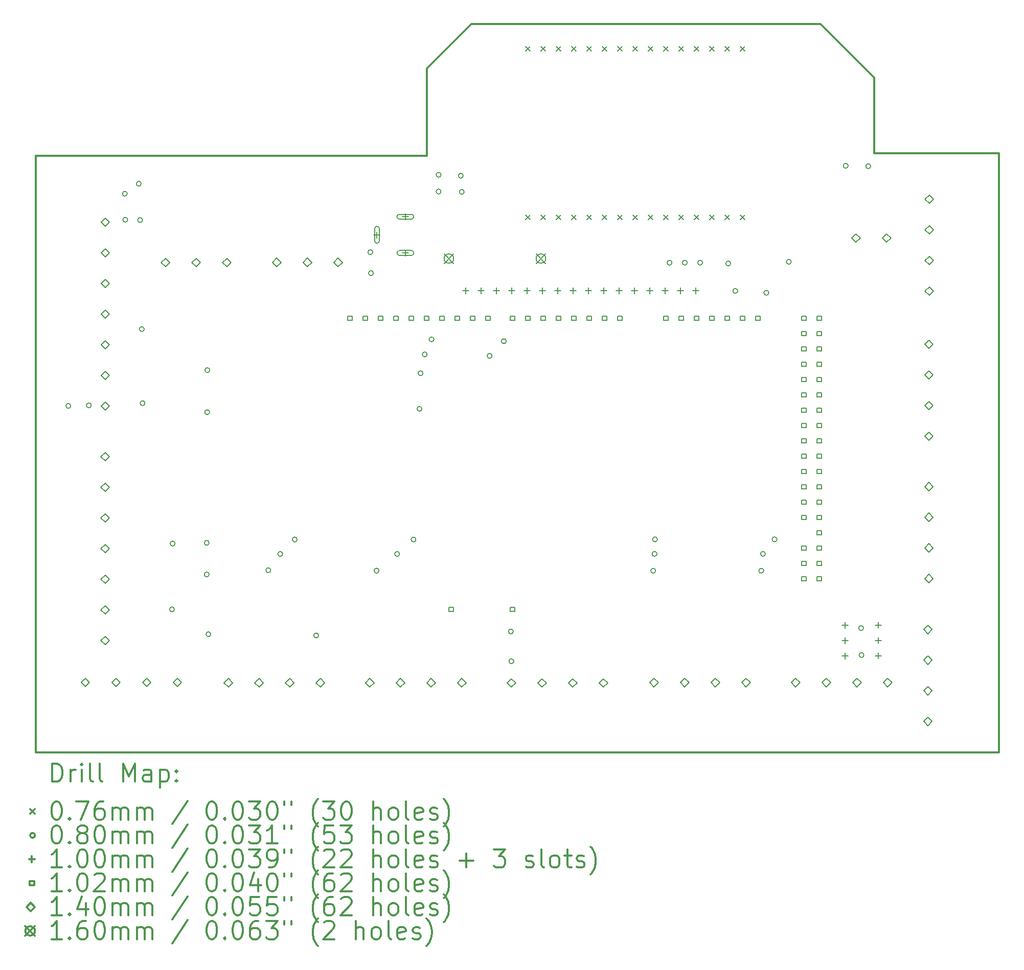
<source format=gbr>
%FSLAX45Y45*%
G04 Gerber Fmt 4.5, Leading zero omitted, Abs format (unit mm)*
G04 Created by KiCad (PCBNEW (5.1.6)-1) date 2021-07-15 17:16:27*
%MOMM*%
%LPD*%
G01*
G04 APERTURE LIST*
%TA.AperFunction,Profile*%
%ADD10C,0.300000*%
%TD*%
%ADD11C,0.200000*%
%ADD12C,0.300000*%
G04 APERTURE END LIST*
D10*
X6363462Y-15400782D02*
X22314916Y-15400782D01*
X6363462Y-5508244D02*
X6363462Y-15400782D01*
X12841224Y-5508244D02*
X6363462Y-5508244D01*
X12841224Y-4062984D02*
X12841224Y-5508244D01*
X13578586Y-3325622D02*
X12841224Y-4062984D01*
X19359880Y-3325622D02*
X13578586Y-3325622D01*
X20247356Y-4213098D02*
X19359880Y-3325622D01*
X20247356Y-5464302D02*
X20247356Y-4213098D01*
X22314916Y-5464302D02*
X20247356Y-5464302D01*
X22314916Y-15400782D02*
X22314916Y-5464302D01*
D11*
X14470634Y-3696716D02*
X14546834Y-3772916D01*
X14546834Y-3696716D02*
X14470634Y-3772916D01*
X14470634Y-6490716D02*
X14546834Y-6566916D01*
X14546834Y-6490716D02*
X14470634Y-6566916D01*
X14724634Y-3696716D02*
X14800834Y-3772916D01*
X14800834Y-3696716D02*
X14724634Y-3772916D01*
X14724634Y-6490716D02*
X14800834Y-6566916D01*
X14800834Y-6490716D02*
X14724634Y-6566916D01*
X14978634Y-3696716D02*
X15054834Y-3772916D01*
X15054834Y-3696716D02*
X14978634Y-3772916D01*
X14978634Y-6490716D02*
X15054834Y-6566916D01*
X15054834Y-6490716D02*
X14978634Y-6566916D01*
X15232634Y-3696716D02*
X15308834Y-3772916D01*
X15308834Y-3696716D02*
X15232634Y-3772916D01*
X15232634Y-6490716D02*
X15308834Y-6566916D01*
X15308834Y-6490716D02*
X15232634Y-6566916D01*
X15486634Y-3696716D02*
X15562834Y-3772916D01*
X15562834Y-3696716D02*
X15486634Y-3772916D01*
X15486634Y-6490716D02*
X15562834Y-6566916D01*
X15562834Y-6490716D02*
X15486634Y-6566916D01*
X15740634Y-3696716D02*
X15816834Y-3772916D01*
X15816834Y-3696716D02*
X15740634Y-3772916D01*
X15740634Y-6490716D02*
X15816834Y-6566916D01*
X15816834Y-6490716D02*
X15740634Y-6566916D01*
X15994634Y-3696716D02*
X16070834Y-3772916D01*
X16070834Y-3696716D02*
X15994634Y-3772916D01*
X15994634Y-6490716D02*
X16070834Y-6566916D01*
X16070834Y-6490716D02*
X15994634Y-6566916D01*
X16248634Y-3696716D02*
X16324834Y-3772916D01*
X16324834Y-3696716D02*
X16248634Y-3772916D01*
X16248634Y-6490716D02*
X16324834Y-6566916D01*
X16324834Y-6490716D02*
X16248634Y-6566916D01*
X16502634Y-3696716D02*
X16578834Y-3772916D01*
X16578834Y-3696716D02*
X16502634Y-3772916D01*
X16502634Y-6490716D02*
X16578834Y-6566916D01*
X16578834Y-6490716D02*
X16502634Y-6566916D01*
X16756634Y-3696716D02*
X16832834Y-3772916D01*
X16832834Y-3696716D02*
X16756634Y-3772916D01*
X16756634Y-6490716D02*
X16832834Y-6566916D01*
X16832834Y-6490716D02*
X16756634Y-6566916D01*
X17010634Y-3696716D02*
X17086834Y-3772916D01*
X17086834Y-3696716D02*
X17010634Y-3772916D01*
X17010634Y-6490716D02*
X17086834Y-6566916D01*
X17086834Y-6490716D02*
X17010634Y-6566916D01*
X17264634Y-3696716D02*
X17340834Y-3772916D01*
X17340834Y-3696716D02*
X17264634Y-3772916D01*
X17264634Y-6490716D02*
X17340834Y-6566916D01*
X17340834Y-6490716D02*
X17264634Y-6566916D01*
X17518634Y-3696716D02*
X17594834Y-3772916D01*
X17594834Y-3696716D02*
X17518634Y-3772916D01*
X17518634Y-6490716D02*
X17594834Y-6566916D01*
X17594834Y-6490716D02*
X17518634Y-6566916D01*
X17772634Y-3696716D02*
X17848834Y-3772916D01*
X17848834Y-3696716D02*
X17772634Y-3772916D01*
X17772634Y-6490716D02*
X17848834Y-6566916D01*
X17848834Y-6490716D02*
X17772634Y-6566916D01*
X18026634Y-3696716D02*
X18102834Y-3772916D01*
X18102834Y-3696716D02*
X18026634Y-3772916D01*
X18026634Y-6490716D02*
X18102834Y-6566916D01*
X18102834Y-6490716D02*
X18026634Y-6566916D01*
X6940344Y-9654286D02*
G75*
G03*
X6940344Y-9654286I-40000J0D01*
G01*
X7280344Y-9645142D02*
G75*
G03*
X7280344Y-9645142I-40000J0D01*
G01*
X7876662Y-6135624D02*
G75*
G03*
X7876662Y-6135624I-40000J0D01*
G01*
X7883781Y-6568328D02*
G75*
G03*
X7883781Y-6568328I-40000J0D01*
G01*
X8107802Y-5971540D02*
G75*
G03*
X8107802Y-5971540I-40000J0D01*
G01*
X8128884Y-6572758D02*
G75*
G03*
X8128884Y-6572758I-40000J0D01*
G01*
X8158602Y-8380730D02*
G75*
G03*
X8158602Y-8380730I-40000J0D01*
G01*
X8170032Y-9607296D02*
G75*
G03*
X8170032Y-9607296I-40000J0D01*
G01*
X8657204Y-13025120D02*
G75*
G03*
X8657204Y-13025120I-40000J0D01*
G01*
X8666856Y-11935460D02*
G75*
G03*
X8666856Y-11935460I-40000J0D01*
G01*
X9232514Y-11924030D02*
G75*
G03*
X9232514Y-11924030I-40000J0D01*
G01*
X9232514Y-12447345D02*
G75*
G03*
X9232514Y-12447345I-40000J0D01*
G01*
X9239880Y-9757918D02*
G75*
G03*
X9239880Y-9757918I-40000J0D01*
G01*
X9243182Y-9059672D02*
G75*
G03*
X9243182Y-9059672I-40000J0D01*
G01*
X9259946Y-13437287D02*
G75*
G03*
X9259946Y-13437287I-40000J0D01*
G01*
X10252385Y-12376719D02*
G75*
G03*
X10252385Y-12376719I-40000J0D01*
G01*
X10450444Y-12107926D02*
G75*
G03*
X10450444Y-12107926I-40000J0D01*
G01*
X10690220Y-11867896D02*
G75*
G03*
X10690220Y-11867896I-40000J0D01*
G01*
X11044804Y-13458190D02*
G75*
G03*
X11044804Y-13458190I-40000J0D01*
G01*
X11942948Y-7104560D02*
G75*
G03*
X11942948Y-7104560I-40000J0D01*
G01*
X11953362Y-7452614D02*
G75*
G03*
X11953362Y-7452614I-40000J0D01*
G01*
X12045310Y-12384278D02*
G75*
G03*
X12045310Y-12384278I-40000J0D01*
G01*
X12386178Y-12107926D02*
G75*
G03*
X12386178Y-12107926I-40000J0D01*
G01*
X12657450Y-11867896D02*
G75*
G03*
X12657450Y-11867896I-40000J0D01*
G01*
X12756256Y-9702800D02*
G75*
G03*
X12756256Y-9702800I-40000J0D01*
G01*
X12774290Y-9111742D02*
G75*
G03*
X12774290Y-9111742I-40000J0D01*
G01*
X12844394Y-8800592D02*
G75*
G03*
X12844394Y-8800592I-40000J0D01*
G01*
X12956662Y-8550402D02*
G75*
G03*
X12956662Y-8550402I-40000J0D01*
G01*
X13073428Y-5822188D02*
G75*
G03*
X13073428Y-5822188I-40000J0D01*
G01*
X13073428Y-6100318D02*
G75*
G03*
X13073428Y-6100318I-40000J0D01*
G01*
X13440786Y-5838698D02*
G75*
G03*
X13440786Y-5838698I-40000J0D01*
G01*
X13456534Y-6106414D02*
G75*
G03*
X13456534Y-6106414I-40000J0D01*
G01*
X13917290Y-8824722D02*
G75*
G03*
X13917290Y-8824722I-40000J0D01*
G01*
X14153764Y-8581898D02*
G75*
G03*
X14153764Y-8581898I-40000J0D01*
G01*
X14270157Y-13391703D02*
G75*
G03*
X14270157Y-13391703I-40000J0D01*
G01*
X14278732Y-13885239D02*
G75*
G03*
X14278732Y-13885239I-40000J0D01*
G01*
X16627216Y-12385294D02*
G75*
G03*
X16627216Y-12385294I-40000J0D01*
G01*
X16649314Y-12106148D02*
G75*
G03*
X16649314Y-12106148I-40000J0D01*
G01*
X16656352Y-11865610D02*
G75*
G03*
X16656352Y-11865610I-40000J0D01*
G01*
X17870038Y-7292594D02*
G75*
G03*
X17870038Y-7292594I-40000J0D01*
G01*
X17986624Y-7747000D02*
G75*
G03*
X17986624Y-7747000I-40000J0D01*
G01*
X18417408Y-12384786D02*
G75*
G03*
X18417408Y-12384786I-40000J0D01*
G01*
X18445348Y-12105386D02*
G75*
G03*
X18445348Y-12105386I-40000J0D01*
G01*
X18500466Y-7778496D02*
G75*
G03*
X18500466Y-7778496I-40000J0D01*
G01*
X18636864Y-11865610D02*
G75*
G03*
X18636864Y-11865610I-40000J0D01*
G01*
X18873084Y-7265670D02*
G75*
G03*
X18873084Y-7265670I-40000J0D01*
G01*
X19815604Y-5672328D02*
G75*
G03*
X19815604Y-5672328I-40000J0D01*
G01*
X20069678Y-13336524D02*
G75*
G03*
X20069678Y-13336524I-40000J0D01*
G01*
X20076790Y-13782548D02*
G75*
G03*
X20076790Y-13782548I-40000J0D01*
G01*
X20188550Y-5680456D02*
G75*
G03*
X20188550Y-5680456I-40000J0D01*
G01*
X16897218Y-7279386D02*
G75*
G03*
X16897218Y-7279386I-40000J0D01*
G01*
X17151218Y-7279386D02*
G75*
G03*
X17151218Y-7279386I-40000J0D01*
G01*
X17405218Y-7279386D02*
G75*
G03*
X17405218Y-7279386I-40000J0D01*
G01*
X13483082Y-7690142D02*
X13483082Y-7790142D01*
X13433082Y-7740142D02*
X13533082Y-7740142D01*
X13737082Y-7690142D02*
X13737082Y-7790142D01*
X13687082Y-7740142D02*
X13787082Y-7740142D01*
X13991082Y-7690142D02*
X13991082Y-7790142D01*
X13941082Y-7740142D02*
X14041082Y-7740142D01*
X14245082Y-7690142D02*
X14245082Y-7790142D01*
X14195082Y-7740142D02*
X14295082Y-7740142D01*
X14499082Y-7690142D02*
X14499082Y-7790142D01*
X14449082Y-7740142D02*
X14549082Y-7740142D01*
X14753082Y-7690142D02*
X14753082Y-7790142D01*
X14703082Y-7740142D02*
X14803082Y-7740142D01*
X15007082Y-7690142D02*
X15007082Y-7790142D01*
X14957082Y-7740142D02*
X15057082Y-7740142D01*
X15261082Y-7690142D02*
X15261082Y-7790142D01*
X15211082Y-7740142D02*
X15311082Y-7740142D01*
X15515082Y-7690142D02*
X15515082Y-7790142D01*
X15465082Y-7740142D02*
X15565082Y-7740142D01*
X15769082Y-7690142D02*
X15769082Y-7790142D01*
X15719082Y-7740142D02*
X15819082Y-7740142D01*
X16023082Y-7690142D02*
X16023082Y-7790142D01*
X15973082Y-7740142D02*
X16073082Y-7740142D01*
X16277082Y-7690142D02*
X16277082Y-7790142D01*
X16227082Y-7740142D02*
X16327082Y-7740142D01*
X16531082Y-7690142D02*
X16531082Y-7790142D01*
X16481082Y-7740142D02*
X16581082Y-7740142D01*
X16785082Y-7690142D02*
X16785082Y-7790142D01*
X16735082Y-7740142D02*
X16835082Y-7740142D01*
X17039082Y-7690142D02*
X17039082Y-7790142D01*
X16989082Y-7740142D02*
X17089082Y-7740142D01*
X17293082Y-7690142D02*
X17293082Y-7790142D01*
X17243082Y-7740142D02*
X17343082Y-7740142D01*
X20313650Y-13234962D02*
X20313650Y-13334962D01*
X20263650Y-13284962D02*
X20363650Y-13284962D01*
X20313650Y-13488962D02*
X20313650Y-13588962D01*
X20263650Y-13538962D02*
X20363650Y-13538962D01*
X20313650Y-13742962D02*
X20313650Y-13842962D01*
X20263650Y-13792962D02*
X20363650Y-13792962D01*
X19765772Y-13238010D02*
X19765772Y-13338010D01*
X19715772Y-13288010D02*
X19815772Y-13288010D01*
X19765772Y-13492010D02*
X19765772Y-13592010D01*
X19715772Y-13542010D02*
X19815772Y-13542010D01*
X19765772Y-13746010D02*
X19765772Y-13846010D01*
X19715772Y-13796010D02*
X19815772Y-13796010D01*
X12012830Y-6767334D02*
X12012830Y-6867334D01*
X11962830Y-6817334D02*
X12062830Y-6817334D01*
X11972830Y-6717334D02*
X11972830Y-6917334D01*
X12052830Y-6717334D02*
X12052830Y-6917334D01*
X11972830Y-6917334D02*
G75*
G03*
X12052830Y-6917334I40000J0D01*
G01*
X12052830Y-6717334D02*
G75*
G03*
X11972830Y-6717334I-40000J0D01*
G01*
X12482830Y-6467334D02*
X12482830Y-6567334D01*
X12432830Y-6517334D02*
X12532830Y-6517334D01*
X12582830Y-6477334D02*
X12382830Y-6477334D01*
X12582830Y-6557334D02*
X12382830Y-6557334D01*
X12382830Y-6477334D02*
G75*
G03*
X12382830Y-6557334I0J-40000D01*
G01*
X12582830Y-6557334D02*
G75*
G03*
X12582830Y-6477334I0J40000D01*
G01*
X12482830Y-7067334D02*
X12482830Y-7167334D01*
X12432830Y-7117334D02*
X12532830Y-7117334D01*
X12582830Y-7077334D02*
X12382830Y-7077334D01*
X12582830Y-7157334D02*
X12382830Y-7157334D01*
X12382830Y-7077334D02*
G75*
G03*
X12382830Y-7157334I0J-40000D01*
G01*
X12582830Y-7157334D02*
G75*
G03*
X12582830Y-7077334I0J40000D01*
G01*
X11599271Y-8236819D02*
X11599271Y-8164977D01*
X11527429Y-8164977D01*
X11527429Y-8236819D01*
X11599271Y-8236819D01*
X11853271Y-8236819D02*
X11853271Y-8164977D01*
X11781429Y-8164977D01*
X11781429Y-8236819D01*
X11853271Y-8236819D01*
X12107271Y-8236819D02*
X12107271Y-8164977D01*
X12035429Y-8164977D01*
X12035429Y-8236819D01*
X12107271Y-8236819D01*
X12361271Y-8236819D02*
X12361271Y-8164977D01*
X12289429Y-8164977D01*
X12289429Y-8236819D01*
X12361271Y-8236819D01*
X12615271Y-8236819D02*
X12615271Y-8164977D01*
X12543429Y-8164977D01*
X12543429Y-8236819D01*
X12615271Y-8236819D01*
X12869271Y-8236819D02*
X12869271Y-8164977D01*
X12797429Y-8164977D01*
X12797429Y-8236819D01*
X12869271Y-8236819D01*
X13123271Y-8236819D02*
X13123271Y-8164977D01*
X13051429Y-8164977D01*
X13051429Y-8236819D01*
X13123271Y-8236819D01*
X13275671Y-13062819D02*
X13275671Y-12990977D01*
X13203829Y-12990977D01*
X13203829Y-13062819D01*
X13275671Y-13062819D01*
X13377271Y-8236819D02*
X13377271Y-8164977D01*
X13305429Y-8164977D01*
X13305429Y-8236819D01*
X13377271Y-8236819D01*
X13631271Y-8236819D02*
X13631271Y-8164977D01*
X13559429Y-8164977D01*
X13559429Y-8236819D01*
X13631271Y-8236819D01*
X13885271Y-8236819D02*
X13885271Y-8164977D01*
X13813429Y-8164977D01*
X13813429Y-8236819D01*
X13885271Y-8236819D01*
X14291671Y-8236819D02*
X14291671Y-8164977D01*
X14219829Y-8164977D01*
X14219829Y-8236819D01*
X14291671Y-8236819D01*
X14291671Y-13062819D02*
X14291671Y-12990977D01*
X14219829Y-12990977D01*
X14219829Y-13062819D01*
X14291671Y-13062819D01*
X14545671Y-8236819D02*
X14545671Y-8164977D01*
X14473829Y-8164977D01*
X14473829Y-8236819D01*
X14545671Y-8236819D01*
X14799671Y-8236819D02*
X14799671Y-8164977D01*
X14727829Y-8164977D01*
X14727829Y-8236819D01*
X14799671Y-8236819D01*
X15053671Y-8236819D02*
X15053671Y-8164977D01*
X14981829Y-8164977D01*
X14981829Y-8236819D01*
X15053671Y-8236819D01*
X15307671Y-8236819D02*
X15307671Y-8164977D01*
X15235829Y-8164977D01*
X15235829Y-8236819D01*
X15307671Y-8236819D01*
X15561671Y-8236819D02*
X15561671Y-8164977D01*
X15489829Y-8164977D01*
X15489829Y-8236819D01*
X15561671Y-8236819D01*
X15815671Y-8236819D02*
X15815671Y-8164977D01*
X15743829Y-8164977D01*
X15743829Y-8236819D01*
X15815671Y-8236819D01*
X16069671Y-8236819D02*
X16069671Y-8164977D01*
X15997829Y-8164977D01*
X15997829Y-8236819D01*
X16069671Y-8236819D01*
X16831671Y-8236819D02*
X16831671Y-8164977D01*
X16759829Y-8164977D01*
X16759829Y-8236819D01*
X16831671Y-8236819D01*
X17085671Y-8236819D02*
X17085671Y-8164977D01*
X17013829Y-8164977D01*
X17013829Y-8236819D01*
X17085671Y-8236819D01*
X17339671Y-8236819D02*
X17339671Y-8164977D01*
X17267829Y-8164977D01*
X17267829Y-8236819D01*
X17339671Y-8236819D01*
X17593671Y-8236819D02*
X17593671Y-8164977D01*
X17521829Y-8164977D01*
X17521829Y-8236819D01*
X17593671Y-8236819D01*
X17847671Y-8236819D02*
X17847671Y-8164977D01*
X17775829Y-8164977D01*
X17775829Y-8236819D01*
X17847671Y-8236819D01*
X18101671Y-8236819D02*
X18101671Y-8164977D01*
X18029829Y-8164977D01*
X18029829Y-8236819D01*
X18101671Y-8236819D01*
X18355671Y-8236819D02*
X18355671Y-8164977D01*
X18283829Y-8164977D01*
X18283829Y-8236819D01*
X18355671Y-8236819D01*
X19117671Y-8236819D02*
X19117671Y-8164977D01*
X19045829Y-8164977D01*
X19045829Y-8236819D01*
X19117671Y-8236819D01*
X19117671Y-8490819D02*
X19117671Y-8418977D01*
X19045829Y-8418977D01*
X19045829Y-8490819D01*
X19117671Y-8490819D01*
X19117671Y-8744819D02*
X19117671Y-8672977D01*
X19045829Y-8672977D01*
X19045829Y-8744819D01*
X19117671Y-8744819D01*
X19117671Y-8998819D02*
X19117671Y-8926977D01*
X19045829Y-8926977D01*
X19045829Y-8998819D01*
X19117671Y-8998819D01*
X19117671Y-9252819D02*
X19117671Y-9180977D01*
X19045829Y-9180977D01*
X19045829Y-9252819D01*
X19117671Y-9252819D01*
X19117671Y-9506819D02*
X19117671Y-9434977D01*
X19045829Y-9434977D01*
X19045829Y-9506819D01*
X19117671Y-9506819D01*
X19117671Y-9760819D02*
X19117671Y-9688977D01*
X19045829Y-9688977D01*
X19045829Y-9760819D01*
X19117671Y-9760819D01*
X19117671Y-10014819D02*
X19117671Y-9942977D01*
X19045829Y-9942977D01*
X19045829Y-10014819D01*
X19117671Y-10014819D01*
X19117671Y-10268819D02*
X19117671Y-10196977D01*
X19045829Y-10196977D01*
X19045829Y-10268819D01*
X19117671Y-10268819D01*
X19117671Y-10522819D02*
X19117671Y-10450977D01*
X19045829Y-10450977D01*
X19045829Y-10522819D01*
X19117671Y-10522819D01*
X19117671Y-10776819D02*
X19117671Y-10704977D01*
X19045829Y-10704977D01*
X19045829Y-10776819D01*
X19117671Y-10776819D01*
X19117671Y-11030819D02*
X19117671Y-10958977D01*
X19045829Y-10958977D01*
X19045829Y-11030819D01*
X19117671Y-11030819D01*
X19117671Y-11284819D02*
X19117671Y-11212977D01*
X19045829Y-11212977D01*
X19045829Y-11284819D01*
X19117671Y-11284819D01*
X19117671Y-11538819D02*
X19117671Y-11466977D01*
X19045829Y-11466977D01*
X19045829Y-11538819D01*
X19117671Y-11538819D01*
X19117671Y-12046819D02*
X19117671Y-11974977D01*
X19045829Y-11974977D01*
X19045829Y-12046819D01*
X19117671Y-12046819D01*
X19117671Y-12300819D02*
X19117671Y-12228977D01*
X19045829Y-12228977D01*
X19045829Y-12300819D01*
X19117671Y-12300819D01*
X19117671Y-12554819D02*
X19117671Y-12482977D01*
X19045829Y-12482977D01*
X19045829Y-12554819D01*
X19117671Y-12554819D01*
X19371671Y-8236819D02*
X19371671Y-8164977D01*
X19299829Y-8164977D01*
X19299829Y-8236819D01*
X19371671Y-8236819D01*
X19371671Y-8490819D02*
X19371671Y-8418977D01*
X19299829Y-8418977D01*
X19299829Y-8490819D01*
X19371671Y-8490819D01*
X19371671Y-8744819D02*
X19371671Y-8672977D01*
X19299829Y-8672977D01*
X19299829Y-8744819D01*
X19371671Y-8744819D01*
X19371671Y-8998819D02*
X19371671Y-8926977D01*
X19299829Y-8926977D01*
X19299829Y-8998819D01*
X19371671Y-8998819D01*
X19371671Y-9252819D02*
X19371671Y-9180977D01*
X19299829Y-9180977D01*
X19299829Y-9252819D01*
X19371671Y-9252819D01*
X19371671Y-9506819D02*
X19371671Y-9434977D01*
X19299829Y-9434977D01*
X19299829Y-9506819D01*
X19371671Y-9506819D01*
X19371671Y-9760819D02*
X19371671Y-9688977D01*
X19299829Y-9688977D01*
X19299829Y-9760819D01*
X19371671Y-9760819D01*
X19371671Y-10014819D02*
X19371671Y-9942977D01*
X19299829Y-9942977D01*
X19299829Y-10014819D01*
X19371671Y-10014819D01*
X19371671Y-10268819D02*
X19371671Y-10196977D01*
X19299829Y-10196977D01*
X19299829Y-10268819D01*
X19371671Y-10268819D01*
X19371671Y-10522819D02*
X19371671Y-10450977D01*
X19299829Y-10450977D01*
X19299829Y-10522819D01*
X19371671Y-10522819D01*
X19371671Y-10776819D02*
X19371671Y-10704977D01*
X19299829Y-10704977D01*
X19299829Y-10776819D01*
X19371671Y-10776819D01*
X19371671Y-11030819D02*
X19371671Y-10958977D01*
X19299829Y-10958977D01*
X19299829Y-11030819D01*
X19371671Y-11030819D01*
X19371671Y-11284819D02*
X19371671Y-11212977D01*
X19299829Y-11212977D01*
X19299829Y-11284819D01*
X19371671Y-11284819D01*
X19371671Y-11538819D02*
X19371671Y-11466977D01*
X19299829Y-11466977D01*
X19299829Y-11538819D01*
X19371671Y-11538819D01*
X19371671Y-11792819D02*
X19371671Y-11720977D01*
X19299829Y-11720977D01*
X19299829Y-11792819D01*
X19371671Y-11792819D01*
X19371671Y-12046819D02*
X19371671Y-11974977D01*
X19299829Y-11974977D01*
X19299829Y-12046819D01*
X19371671Y-12046819D01*
X19371671Y-12300819D02*
X19371671Y-12228977D01*
X19299829Y-12228977D01*
X19299829Y-12300819D01*
X19371671Y-12300819D01*
X19371671Y-12554819D02*
X19371671Y-12482977D01*
X19299829Y-12482977D01*
X19299829Y-12554819D01*
X19371671Y-12554819D01*
X21158454Y-6295794D02*
X21228454Y-6225794D01*
X21158454Y-6155794D01*
X21088454Y-6225794D01*
X21158454Y-6295794D01*
X21158454Y-6803794D02*
X21228454Y-6733794D01*
X21158454Y-6663794D01*
X21088454Y-6733794D01*
X21158454Y-6803794D01*
X21158454Y-7311794D02*
X21228454Y-7241794D01*
X21158454Y-7171794D01*
X21088454Y-7241794D01*
X21158454Y-7311794D01*
X21158454Y-7819794D02*
X21228454Y-7749794D01*
X21158454Y-7679794D01*
X21088454Y-7749794D01*
X21158454Y-7819794D01*
X21153882Y-8700412D02*
X21223882Y-8630412D01*
X21153882Y-8560412D01*
X21083882Y-8630412D01*
X21153882Y-8700412D01*
X21153882Y-9208412D02*
X21223882Y-9138412D01*
X21153882Y-9068412D01*
X21083882Y-9138412D01*
X21153882Y-9208412D01*
X21153882Y-9716412D02*
X21223882Y-9646412D01*
X21153882Y-9576412D01*
X21083882Y-9646412D01*
X21153882Y-9716412D01*
X21153882Y-10224412D02*
X21223882Y-10154412D01*
X21153882Y-10084412D01*
X21083882Y-10154412D01*
X21153882Y-10224412D01*
X19945604Y-6940700D02*
X20015604Y-6870700D01*
X19945604Y-6800700D01*
X19875604Y-6870700D01*
X19945604Y-6940700D01*
X20453604Y-6940700D02*
X20523604Y-6870700D01*
X20453604Y-6800700D01*
X20383604Y-6870700D01*
X20453604Y-6940700D01*
X18947384Y-14310002D02*
X19017384Y-14240002D01*
X18947384Y-14170002D01*
X18877384Y-14240002D01*
X18947384Y-14310002D01*
X19455384Y-14310002D02*
X19525384Y-14240002D01*
X19455384Y-14170002D01*
X19385384Y-14240002D01*
X19455384Y-14310002D01*
X19963384Y-14310002D02*
X20033384Y-14240002D01*
X19963384Y-14170002D01*
X19893384Y-14240002D01*
X19963384Y-14310002D01*
X20471384Y-14310002D02*
X20541384Y-14240002D01*
X20471384Y-14170002D01*
X20401384Y-14240002D01*
X20471384Y-14310002D01*
X7510526Y-10565026D02*
X7580526Y-10495026D01*
X7510526Y-10425026D01*
X7440526Y-10495026D01*
X7510526Y-10565026D01*
X7510526Y-11073026D02*
X7580526Y-11003026D01*
X7510526Y-10933026D01*
X7440526Y-11003026D01*
X7510526Y-11073026D01*
X7510526Y-11581026D02*
X7580526Y-11511026D01*
X7510526Y-11441026D01*
X7440526Y-11511026D01*
X7510526Y-11581026D01*
X7510526Y-12089026D02*
X7580526Y-12019026D01*
X7510526Y-11949026D01*
X7440526Y-12019026D01*
X7510526Y-12089026D01*
X7510526Y-12597026D02*
X7580526Y-12527026D01*
X7510526Y-12457026D01*
X7440526Y-12527026D01*
X7510526Y-12597026D01*
X7510526Y-13105026D02*
X7580526Y-13035026D01*
X7510526Y-12965026D01*
X7440526Y-13035026D01*
X7510526Y-13105026D01*
X7510526Y-13613026D02*
X7580526Y-13543026D01*
X7510526Y-13473026D01*
X7440526Y-13543026D01*
X7510526Y-13613026D01*
X16600678Y-14309748D02*
X16670678Y-14239748D01*
X16600678Y-14169748D01*
X16530678Y-14239748D01*
X16600678Y-14309748D01*
X17108678Y-14309748D02*
X17178678Y-14239748D01*
X17108678Y-14169748D01*
X17038678Y-14239748D01*
X17108678Y-14309748D01*
X17616678Y-14309748D02*
X17686678Y-14239748D01*
X17616678Y-14169748D01*
X17546678Y-14239748D01*
X17616678Y-14309748D01*
X18124678Y-14309748D02*
X18194678Y-14239748D01*
X18124678Y-14169748D01*
X18054678Y-14239748D01*
X18124678Y-14309748D01*
X21135848Y-13429384D02*
X21205848Y-13359384D01*
X21135848Y-13289384D01*
X21065848Y-13359384D01*
X21135848Y-13429384D01*
X21135848Y-13937384D02*
X21205848Y-13867384D01*
X21135848Y-13797384D01*
X21065848Y-13867384D01*
X21135848Y-13937384D01*
X21135848Y-14445384D02*
X21205848Y-14375384D01*
X21135848Y-14305384D01*
X21065848Y-14375384D01*
X21135848Y-14445384D01*
X21135848Y-14953384D02*
X21205848Y-14883384D01*
X21135848Y-14813384D01*
X21065848Y-14883384D01*
X21135848Y-14953384D01*
X11894820Y-14312034D02*
X11964820Y-14242034D01*
X11894820Y-14172034D01*
X11824820Y-14242034D01*
X11894820Y-14312034D01*
X12402820Y-14312034D02*
X12472820Y-14242034D01*
X12402820Y-14172034D01*
X12332820Y-14242034D01*
X12402820Y-14312034D01*
X12910820Y-14312034D02*
X12980820Y-14242034D01*
X12910820Y-14172034D01*
X12840820Y-14242034D01*
X12910820Y-14312034D01*
X13418820Y-14312034D02*
X13488820Y-14242034D01*
X13418820Y-14172034D01*
X13348820Y-14242034D01*
X13418820Y-14312034D01*
X8510524Y-7345830D02*
X8580524Y-7275830D01*
X8510524Y-7205830D01*
X8440524Y-7275830D01*
X8510524Y-7345830D01*
X9018524Y-7345830D02*
X9088524Y-7275830D01*
X9018524Y-7205830D01*
X8948524Y-7275830D01*
X9018524Y-7345830D01*
X9526524Y-7345830D02*
X9596524Y-7275830D01*
X9526524Y-7205830D01*
X9456524Y-7275830D01*
X9526524Y-7345830D01*
X10353040Y-7344560D02*
X10423040Y-7274560D01*
X10353040Y-7204560D01*
X10283040Y-7274560D01*
X10353040Y-7344560D01*
X10861040Y-7344560D02*
X10931040Y-7274560D01*
X10861040Y-7204560D01*
X10791040Y-7274560D01*
X10861040Y-7344560D01*
X11369040Y-7344560D02*
X11439040Y-7274560D01*
X11369040Y-7204560D01*
X11299040Y-7274560D01*
X11369040Y-7344560D01*
X14239748Y-14313558D02*
X14309748Y-14243558D01*
X14239748Y-14173558D01*
X14169748Y-14243558D01*
X14239748Y-14313558D01*
X14747748Y-14313558D02*
X14817748Y-14243558D01*
X14747748Y-14173558D01*
X14677748Y-14243558D01*
X14747748Y-14313558D01*
X15255748Y-14313558D02*
X15325748Y-14243558D01*
X15255748Y-14173558D01*
X15185748Y-14243558D01*
X15255748Y-14313558D01*
X15763748Y-14313558D02*
X15833748Y-14243558D01*
X15763748Y-14173558D01*
X15693748Y-14243558D01*
X15763748Y-14313558D01*
X9550146Y-14311526D02*
X9620146Y-14241526D01*
X9550146Y-14171526D01*
X9480146Y-14241526D01*
X9550146Y-14311526D01*
X10058146Y-14311526D02*
X10128146Y-14241526D01*
X10058146Y-14171526D01*
X9988146Y-14241526D01*
X10058146Y-14311526D01*
X10566146Y-14311526D02*
X10636146Y-14241526D01*
X10566146Y-14171526D01*
X10496146Y-14241526D01*
X10566146Y-14311526D01*
X11074146Y-14311526D02*
X11144146Y-14241526D01*
X11074146Y-14171526D01*
X11004146Y-14241526D01*
X11074146Y-14311526D01*
X7182866Y-14307970D02*
X7252866Y-14237970D01*
X7182866Y-14167970D01*
X7112866Y-14237970D01*
X7182866Y-14307970D01*
X7690866Y-14307970D02*
X7760866Y-14237970D01*
X7690866Y-14167970D01*
X7620866Y-14237970D01*
X7690866Y-14307970D01*
X8198866Y-14307970D02*
X8268866Y-14237970D01*
X8198866Y-14167970D01*
X8128866Y-14237970D01*
X8198866Y-14307970D01*
X8706866Y-14307970D02*
X8776866Y-14237970D01*
X8706866Y-14167970D01*
X8636866Y-14237970D01*
X8706866Y-14307970D01*
X7513066Y-6677810D02*
X7583066Y-6607810D01*
X7513066Y-6537810D01*
X7443066Y-6607810D01*
X7513066Y-6677810D01*
X7513066Y-7185810D02*
X7583066Y-7115810D01*
X7513066Y-7045810D01*
X7443066Y-7115810D01*
X7513066Y-7185810D01*
X7513066Y-7693810D02*
X7583066Y-7623810D01*
X7513066Y-7553810D01*
X7443066Y-7623810D01*
X7513066Y-7693810D01*
X7513066Y-8201810D02*
X7583066Y-8131810D01*
X7513066Y-8061810D01*
X7443066Y-8131810D01*
X7513066Y-8201810D01*
X7513066Y-8709810D02*
X7583066Y-8639810D01*
X7513066Y-8569810D01*
X7443066Y-8639810D01*
X7513066Y-8709810D01*
X7513066Y-9217810D02*
X7583066Y-9147810D01*
X7513066Y-9077810D01*
X7443066Y-9147810D01*
X7513066Y-9217810D01*
X7513066Y-9725810D02*
X7583066Y-9655810D01*
X7513066Y-9585810D01*
X7443066Y-9655810D01*
X7513066Y-9725810D01*
X21153374Y-11060072D02*
X21223374Y-10990072D01*
X21153374Y-10920072D01*
X21083374Y-10990072D01*
X21153374Y-11060072D01*
X21153374Y-11568072D02*
X21223374Y-11498072D01*
X21153374Y-11428072D01*
X21083374Y-11498072D01*
X21153374Y-11568072D01*
X21153374Y-12076072D02*
X21223374Y-12006072D01*
X21153374Y-11936072D01*
X21083374Y-12006072D01*
X21153374Y-12076072D01*
X21153374Y-12584072D02*
X21223374Y-12514072D01*
X21153374Y-12444072D01*
X21083374Y-12514072D01*
X21153374Y-12584072D01*
X13123428Y-7131314D02*
X13283428Y-7291314D01*
X13283428Y-7131314D02*
X13123428Y-7291314D01*
X13283428Y-7211314D02*
G75*
G03*
X13283428Y-7211314I-80000J0D01*
G01*
X14647428Y-7131314D02*
X14807428Y-7291314D01*
X14807428Y-7131314D02*
X14647428Y-7291314D01*
X14807428Y-7211314D02*
G75*
G03*
X14807428Y-7211314I-80000J0D01*
G01*
D12*
X6634890Y-15881496D02*
X6634890Y-15581496D01*
X6706319Y-15581496D01*
X6749176Y-15595782D01*
X6777748Y-15624353D01*
X6792033Y-15652925D01*
X6806319Y-15710068D01*
X6806319Y-15752925D01*
X6792033Y-15810068D01*
X6777748Y-15838639D01*
X6749176Y-15867211D01*
X6706319Y-15881496D01*
X6634890Y-15881496D01*
X6934890Y-15881496D02*
X6934890Y-15681496D01*
X6934890Y-15738639D02*
X6949176Y-15710068D01*
X6963462Y-15695782D01*
X6992033Y-15681496D01*
X7020605Y-15681496D01*
X7120605Y-15881496D02*
X7120605Y-15681496D01*
X7120605Y-15581496D02*
X7106319Y-15595782D01*
X7120605Y-15610068D01*
X7134890Y-15595782D01*
X7120605Y-15581496D01*
X7120605Y-15610068D01*
X7306319Y-15881496D02*
X7277748Y-15867211D01*
X7263462Y-15838639D01*
X7263462Y-15581496D01*
X7463462Y-15881496D02*
X7434890Y-15867211D01*
X7420605Y-15838639D01*
X7420605Y-15581496D01*
X7806319Y-15881496D02*
X7806319Y-15581496D01*
X7906319Y-15795782D01*
X8006319Y-15581496D01*
X8006319Y-15881496D01*
X8277748Y-15881496D02*
X8277748Y-15724353D01*
X8263462Y-15695782D01*
X8234890Y-15681496D01*
X8177748Y-15681496D01*
X8149176Y-15695782D01*
X8277748Y-15867211D02*
X8249176Y-15881496D01*
X8177748Y-15881496D01*
X8149176Y-15867211D01*
X8134890Y-15838639D01*
X8134890Y-15810068D01*
X8149176Y-15781496D01*
X8177748Y-15767211D01*
X8249176Y-15767211D01*
X8277748Y-15752925D01*
X8420605Y-15681496D02*
X8420605Y-15981496D01*
X8420605Y-15695782D02*
X8449176Y-15681496D01*
X8506319Y-15681496D01*
X8534890Y-15695782D01*
X8549176Y-15710068D01*
X8563462Y-15738639D01*
X8563462Y-15824353D01*
X8549176Y-15852925D01*
X8534890Y-15867211D01*
X8506319Y-15881496D01*
X8449176Y-15881496D01*
X8420605Y-15867211D01*
X8692033Y-15852925D02*
X8706319Y-15867211D01*
X8692033Y-15881496D01*
X8677748Y-15867211D01*
X8692033Y-15852925D01*
X8692033Y-15881496D01*
X8692033Y-15695782D02*
X8706319Y-15710068D01*
X8692033Y-15724353D01*
X8677748Y-15710068D01*
X8692033Y-15695782D01*
X8692033Y-15724353D01*
X6272262Y-16337682D02*
X6348462Y-16413882D01*
X6348462Y-16337682D02*
X6272262Y-16413882D01*
X6692033Y-16211496D02*
X6720605Y-16211496D01*
X6749176Y-16225782D01*
X6763462Y-16240068D01*
X6777748Y-16268639D01*
X6792033Y-16325782D01*
X6792033Y-16397211D01*
X6777748Y-16454353D01*
X6763462Y-16482925D01*
X6749176Y-16497211D01*
X6720605Y-16511496D01*
X6692033Y-16511496D01*
X6663462Y-16497211D01*
X6649176Y-16482925D01*
X6634890Y-16454353D01*
X6620605Y-16397211D01*
X6620605Y-16325782D01*
X6634890Y-16268639D01*
X6649176Y-16240068D01*
X6663462Y-16225782D01*
X6692033Y-16211496D01*
X6920605Y-16482925D02*
X6934890Y-16497211D01*
X6920605Y-16511496D01*
X6906319Y-16497211D01*
X6920605Y-16482925D01*
X6920605Y-16511496D01*
X7034890Y-16211496D02*
X7234890Y-16211496D01*
X7106319Y-16511496D01*
X7477748Y-16211496D02*
X7420605Y-16211496D01*
X7392033Y-16225782D01*
X7377748Y-16240068D01*
X7349176Y-16282925D01*
X7334890Y-16340068D01*
X7334890Y-16454353D01*
X7349176Y-16482925D01*
X7363462Y-16497211D01*
X7392033Y-16511496D01*
X7449176Y-16511496D01*
X7477748Y-16497211D01*
X7492033Y-16482925D01*
X7506319Y-16454353D01*
X7506319Y-16382925D01*
X7492033Y-16354353D01*
X7477748Y-16340068D01*
X7449176Y-16325782D01*
X7392033Y-16325782D01*
X7363462Y-16340068D01*
X7349176Y-16354353D01*
X7334890Y-16382925D01*
X7634890Y-16511496D02*
X7634890Y-16311496D01*
X7634890Y-16340068D02*
X7649176Y-16325782D01*
X7677748Y-16311496D01*
X7720605Y-16311496D01*
X7749176Y-16325782D01*
X7763462Y-16354353D01*
X7763462Y-16511496D01*
X7763462Y-16354353D02*
X7777748Y-16325782D01*
X7806319Y-16311496D01*
X7849176Y-16311496D01*
X7877748Y-16325782D01*
X7892033Y-16354353D01*
X7892033Y-16511496D01*
X8034890Y-16511496D02*
X8034890Y-16311496D01*
X8034890Y-16340068D02*
X8049176Y-16325782D01*
X8077748Y-16311496D01*
X8120605Y-16311496D01*
X8149176Y-16325782D01*
X8163462Y-16354353D01*
X8163462Y-16511496D01*
X8163462Y-16354353D02*
X8177748Y-16325782D01*
X8206319Y-16311496D01*
X8249176Y-16311496D01*
X8277748Y-16325782D01*
X8292033Y-16354353D01*
X8292033Y-16511496D01*
X8877748Y-16197211D02*
X8620605Y-16582925D01*
X9263462Y-16211496D02*
X9292033Y-16211496D01*
X9320605Y-16225782D01*
X9334890Y-16240068D01*
X9349176Y-16268639D01*
X9363462Y-16325782D01*
X9363462Y-16397211D01*
X9349176Y-16454353D01*
X9334890Y-16482925D01*
X9320605Y-16497211D01*
X9292033Y-16511496D01*
X9263462Y-16511496D01*
X9234890Y-16497211D01*
X9220605Y-16482925D01*
X9206319Y-16454353D01*
X9192033Y-16397211D01*
X9192033Y-16325782D01*
X9206319Y-16268639D01*
X9220605Y-16240068D01*
X9234890Y-16225782D01*
X9263462Y-16211496D01*
X9492033Y-16482925D02*
X9506319Y-16497211D01*
X9492033Y-16511496D01*
X9477748Y-16497211D01*
X9492033Y-16482925D01*
X9492033Y-16511496D01*
X9692033Y-16211496D02*
X9720605Y-16211496D01*
X9749176Y-16225782D01*
X9763462Y-16240068D01*
X9777748Y-16268639D01*
X9792033Y-16325782D01*
X9792033Y-16397211D01*
X9777748Y-16454353D01*
X9763462Y-16482925D01*
X9749176Y-16497211D01*
X9720605Y-16511496D01*
X9692033Y-16511496D01*
X9663462Y-16497211D01*
X9649176Y-16482925D01*
X9634890Y-16454353D01*
X9620605Y-16397211D01*
X9620605Y-16325782D01*
X9634890Y-16268639D01*
X9649176Y-16240068D01*
X9663462Y-16225782D01*
X9692033Y-16211496D01*
X9892033Y-16211496D02*
X10077748Y-16211496D01*
X9977748Y-16325782D01*
X10020605Y-16325782D01*
X10049176Y-16340068D01*
X10063462Y-16354353D01*
X10077748Y-16382925D01*
X10077748Y-16454353D01*
X10063462Y-16482925D01*
X10049176Y-16497211D01*
X10020605Y-16511496D01*
X9934890Y-16511496D01*
X9906319Y-16497211D01*
X9892033Y-16482925D01*
X10263462Y-16211496D02*
X10292033Y-16211496D01*
X10320605Y-16225782D01*
X10334890Y-16240068D01*
X10349176Y-16268639D01*
X10363462Y-16325782D01*
X10363462Y-16397211D01*
X10349176Y-16454353D01*
X10334890Y-16482925D01*
X10320605Y-16497211D01*
X10292033Y-16511496D01*
X10263462Y-16511496D01*
X10234890Y-16497211D01*
X10220605Y-16482925D01*
X10206319Y-16454353D01*
X10192033Y-16397211D01*
X10192033Y-16325782D01*
X10206319Y-16268639D01*
X10220605Y-16240068D01*
X10234890Y-16225782D01*
X10263462Y-16211496D01*
X10477748Y-16211496D02*
X10477748Y-16268639D01*
X10592033Y-16211496D02*
X10592033Y-16268639D01*
X11034890Y-16625782D02*
X11020605Y-16611496D01*
X10992033Y-16568639D01*
X10977748Y-16540068D01*
X10963462Y-16497211D01*
X10949176Y-16425782D01*
X10949176Y-16368639D01*
X10963462Y-16297211D01*
X10977748Y-16254353D01*
X10992033Y-16225782D01*
X11020605Y-16182925D01*
X11034890Y-16168639D01*
X11120605Y-16211496D02*
X11306319Y-16211496D01*
X11206319Y-16325782D01*
X11249176Y-16325782D01*
X11277748Y-16340068D01*
X11292033Y-16354353D01*
X11306319Y-16382925D01*
X11306319Y-16454353D01*
X11292033Y-16482925D01*
X11277748Y-16497211D01*
X11249176Y-16511496D01*
X11163462Y-16511496D01*
X11134890Y-16497211D01*
X11120605Y-16482925D01*
X11492033Y-16211496D02*
X11520605Y-16211496D01*
X11549176Y-16225782D01*
X11563462Y-16240068D01*
X11577748Y-16268639D01*
X11592033Y-16325782D01*
X11592033Y-16397211D01*
X11577748Y-16454353D01*
X11563462Y-16482925D01*
X11549176Y-16497211D01*
X11520605Y-16511496D01*
X11492033Y-16511496D01*
X11463462Y-16497211D01*
X11449176Y-16482925D01*
X11434890Y-16454353D01*
X11420605Y-16397211D01*
X11420605Y-16325782D01*
X11434890Y-16268639D01*
X11449176Y-16240068D01*
X11463462Y-16225782D01*
X11492033Y-16211496D01*
X11949176Y-16511496D02*
X11949176Y-16211496D01*
X12077748Y-16511496D02*
X12077748Y-16354353D01*
X12063462Y-16325782D01*
X12034890Y-16311496D01*
X11992033Y-16311496D01*
X11963462Y-16325782D01*
X11949176Y-16340068D01*
X12263462Y-16511496D02*
X12234890Y-16497211D01*
X12220605Y-16482925D01*
X12206319Y-16454353D01*
X12206319Y-16368639D01*
X12220605Y-16340068D01*
X12234890Y-16325782D01*
X12263462Y-16311496D01*
X12306319Y-16311496D01*
X12334890Y-16325782D01*
X12349176Y-16340068D01*
X12363462Y-16368639D01*
X12363462Y-16454353D01*
X12349176Y-16482925D01*
X12334890Y-16497211D01*
X12306319Y-16511496D01*
X12263462Y-16511496D01*
X12534890Y-16511496D02*
X12506319Y-16497211D01*
X12492033Y-16468639D01*
X12492033Y-16211496D01*
X12763462Y-16497211D02*
X12734890Y-16511496D01*
X12677748Y-16511496D01*
X12649176Y-16497211D01*
X12634890Y-16468639D01*
X12634890Y-16354353D01*
X12649176Y-16325782D01*
X12677748Y-16311496D01*
X12734890Y-16311496D01*
X12763462Y-16325782D01*
X12777748Y-16354353D01*
X12777748Y-16382925D01*
X12634890Y-16411496D01*
X12892033Y-16497211D02*
X12920605Y-16511496D01*
X12977748Y-16511496D01*
X13006319Y-16497211D01*
X13020605Y-16468639D01*
X13020605Y-16454353D01*
X13006319Y-16425782D01*
X12977748Y-16411496D01*
X12934890Y-16411496D01*
X12906319Y-16397211D01*
X12892033Y-16368639D01*
X12892033Y-16354353D01*
X12906319Y-16325782D01*
X12934890Y-16311496D01*
X12977748Y-16311496D01*
X13006319Y-16325782D01*
X13120605Y-16625782D02*
X13134890Y-16611496D01*
X13163462Y-16568639D01*
X13177748Y-16540068D01*
X13192033Y-16497211D01*
X13206319Y-16425782D01*
X13206319Y-16368639D01*
X13192033Y-16297211D01*
X13177748Y-16254353D01*
X13163462Y-16225782D01*
X13134890Y-16182925D01*
X13120605Y-16168639D01*
X6348462Y-16771782D02*
G75*
G03*
X6348462Y-16771782I-40000J0D01*
G01*
X6692033Y-16607496D02*
X6720605Y-16607496D01*
X6749176Y-16621782D01*
X6763462Y-16636068D01*
X6777748Y-16664639D01*
X6792033Y-16721782D01*
X6792033Y-16793211D01*
X6777748Y-16850354D01*
X6763462Y-16878925D01*
X6749176Y-16893211D01*
X6720605Y-16907496D01*
X6692033Y-16907496D01*
X6663462Y-16893211D01*
X6649176Y-16878925D01*
X6634890Y-16850354D01*
X6620605Y-16793211D01*
X6620605Y-16721782D01*
X6634890Y-16664639D01*
X6649176Y-16636068D01*
X6663462Y-16621782D01*
X6692033Y-16607496D01*
X6920605Y-16878925D02*
X6934890Y-16893211D01*
X6920605Y-16907496D01*
X6906319Y-16893211D01*
X6920605Y-16878925D01*
X6920605Y-16907496D01*
X7106319Y-16736068D02*
X7077748Y-16721782D01*
X7063462Y-16707496D01*
X7049176Y-16678925D01*
X7049176Y-16664639D01*
X7063462Y-16636068D01*
X7077748Y-16621782D01*
X7106319Y-16607496D01*
X7163462Y-16607496D01*
X7192033Y-16621782D01*
X7206319Y-16636068D01*
X7220605Y-16664639D01*
X7220605Y-16678925D01*
X7206319Y-16707496D01*
X7192033Y-16721782D01*
X7163462Y-16736068D01*
X7106319Y-16736068D01*
X7077748Y-16750353D01*
X7063462Y-16764639D01*
X7049176Y-16793211D01*
X7049176Y-16850354D01*
X7063462Y-16878925D01*
X7077748Y-16893211D01*
X7106319Y-16907496D01*
X7163462Y-16907496D01*
X7192033Y-16893211D01*
X7206319Y-16878925D01*
X7220605Y-16850354D01*
X7220605Y-16793211D01*
X7206319Y-16764639D01*
X7192033Y-16750353D01*
X7163462Y-16736068D01*
X7406319Y-16607496D02*
X7434890Y-16607496D01*
X7463462Y-16621782D01*
X7477748Y-16636068D01*
X7492033Y-16664639D01*
X7506319Y-16721782D01*
X7506319Y-16793211D01*
X7492033Y-16850354D01*
X7477748Y-16878925D01*
X7463462Y-16893211D01*
X7434890Y-16907496D01*
X7406319Y-16907496D01*
X7377748Y-16893211D01*
X7363462Y-16878925D01*
X7349176Y-16850354D01*
X7334890Y-16793211D01*
X7334890Y-16721782D01*
X7349176Y-16664639D01*
X7363462Y-16636068D01*
X7377748Y-16621782D01*
X7406319Y-16607496D01*
X7634890Y-16907496D02*
X7634890Y-16707496D01*
X7634890Y-16736068D02*
X7649176Y-16721782D01*
X7677748Y-16707496D01*
X7720605Y-16707496D01*
X7749176Y-16721782D01*
X7763462Y-16750353D01*
X7763462Y-16907496D01*
X7763462Y-16750353D02*
X7777748Y-16721782D01*
X7806319Y-16707496D01*
X7849176Y-16707496D01*
X7877748Y-16721782D01*
X7892033Y-16750353D01*
X7892033Y-16907496D01*
X8034890Y-16907496D02*
X8034890Y-16707496D01*
X8034890Y-16736068D02*
X8049176Y-16721782D01*
X8077748Y-16707496D01*
X8120605Y-16707496D01*
X8149176Y-16721782D01*
X8163462Y-16750353D01*
X8163462Y-16907496D01*
X8163462Y-16750353D02*
X8177748Y-16721782D01*
X8206319Y-16707496D01*
X8249176Y-16707496D01*
X8277748Y-16721782D01*
X8292033Y-16750353D01*
X8292033Y-16907496D01*
X8877748Y-16593211D02*
X8620605Y-16978925D01*
X9263462Y-16607496D02*
X9292033Y-16607496D01*
X9320605Y-16621782D01*
X9334890Y-16636068D01*
X9349176Y-16664639D01*
X9363462Y-16721782D01*
X9363462Y-16793211D01*
X9349176Y-16850354D01*
X9334890Y-16878925D01*
X9320605Y-16893211D01*
X9292033Y-16907496D01*
X9263462Y-16907496D01*
X9234890Y-16893211D01*
X9220605Y-16878925D01*
X9206319Y-16850354D01*
X9192033Y-16793211D01*
X9192033Y-16721782D01*
X9206319Y-16664639D01*
X9220605Y-16636068D01*
X9234890Y-16621782D01*
X9263462Y-16607496D01*
X9492033Y-16878925D02*
X9506319Y-16893211D01*
X9492033Y-16907496D01*
X9477748Y-16893211D01*
X9492033Y-16878925D01*
X9492033Y-16907496D01*
X9692033Y-16607496D02*
X9720605Y-16607496D01*
X9749176Y-16621782D01*
X9763462Y-16636068D01*
X9777748Y-16664639D01*
X9792033Y-16721782D01*
X9792033Y-16793211D01*
X9777748Y-16850354D01*
X9763462Y-16878925D01*
X9749176Y-16893211D01*
X9720605Y-16907496D01*
X9692033Y-16907496D01*
X9663462Y-16893211D01*
X9649176Y-16878925D01*
X9634890Y-16850354D01*
X9620605Y-16793211D01*
X9620605Y-16721782D01*
X9634890Y-16664639D01*
X9649176Y-16636068D01*
X9663462Y-16621782D01*
X9692033Y-16607496D01*
X9892033Y-16607496D02*
X10077748Y-16607496D01*
X9977748Y-16721782D01*
X10020605Y-16721782D01*
X10049176Y-16736068D01*
X10063462Y-16750353D01*
X10077748Y-16778925D01*
X10077748Y-16850354D01*
X10063462Y-16878925D01*
X10049176Y-16893211D01*
X10020605Y-16907496D01*
X9934890Y-16907496D01*
X9906319Y-16893211D01*
X9892033Y-16878925D01*
X10363462Y-16907496D02*
X10192033Y-16907496D01*
X10277748Y-16907496D02*
X10277748Y-16607496D01*
X10249176Y-16650353D01*
X10220605Y-16678925D01*
X10192033Y-16693211D01*
X10477748Y-16607496D02*
X10477748Y-16664639D01*
X10592033Y-16607496D02*
X10592033Y-16664639D01*
X11034890Y-17021782D02*
X11020605Y-17007496D01*
X10992033Y-16964639D01*
X10977748Y-16936068D01*
X10963462Y-16893211D01*
X10949176Y-16821782D01*
X10949176Y-16764639D01*
X10963462Y-16693211D01*
X10977748Y-16650353D01*
X10992033Y-16621782D01*
X11020605Y-16578925D01*
X11034890Y-16564639D01*
X11292033Y-16607496D02*
X11149176Y-16607496D01*
X11134890Y-16750353D01*
X11149176Y-16736068D01*
X11177748Y-16721782D01*
X11249176Y-16721782D01*
X11277748Y-16736068D01*
X11292033Y-16750353D01*
X11306319Y-16778925D01*
X11306319Y-16850354D01*
X11292033Y-16878925D01*
X11277748Y-16893211D01*
X11249176Y-16907496D01*
X11177748Y-16907496D01*
X11149176Y-16893211D01*
X11134890Y-16878925D01*
X11406319Y-16607496D02*
X11592033Y-16607496D01*
X11492033Y-16721782D01*
X11534890Y-16721782D01*
X11563462Y-16736068D01*
X11577748Y-16750353D01*
X11592033Y-16778925D01*
X11592033Y-16850354D01*
X11577748Y-16878925D01*
X11563462Y-16893211D01*
X11534890Y-16907496D01*
X11449176Y-16907496D01*
X11420605Y-16893211D01*
X11406319Y-16878925D01*
X11949176Y-16907496D02*
X11949176Y-16607496D01*
X12077748Y-16907496D02*
X12077748Y-16750353D01*
X12063462Y-16721782D01*
X12034890Y-16707496D01*
X11992033Y-16707496D01*
X11963462Y-16721782D01*
X11949176Y-16736068D01*
X12263462Y-16907496D02*
X12234890Y-16893211D01*
X12220605Y-16878925D01*
X12206319Y-16850354D01*
X12206319Y-16764639D01*
X12220605Y-16736068D01*
X12234890Y-16721782D01*
X12263462Y-16707496D01*
X12306319Y-16707496D01*
X12334890Y-16721782D01*
X12349176Y-16736068D01*
X12363462Y-16764639D01*
X12363462Y-16850354D01*
X12349176Y-16878925D01*
X12334890Y-16893211D01*
X12306319Y-16907496D01*
X12263462Y-16907496D01*
X12534890Y-16907496D02*
X12506319Y-16893211D01*
X12492033Y-16864639D01*
X12492033Y-16607496D01*
X12763462Y-16893211D02*
X12734890Y-16907496D01*
X12677748Y-16907496D01*
X12649176Y-16893211D01*
X12634890Y-16864639D01*
X12634890Y-16750353D01*
X12649176Y-16721782D01*
X12677748Y-16707496D01*
X12734890Y-16707496D01*
X12763462Y-16721782D01*
X12777748Y-16750353D01*
X12777748Y-16778925D01*
X12634890Y-16807496D01*
X12892033Y-16893211D02*
X12920605Y-16907496D01*
X12977748Y-16907496D01*
X13006319Y-16893211D01*
X13020605Y-16864639D01*
X13020605Y-16850354D01*
X13006319Y-16821782D01*
X12977748Y-16807496D01*
X12934890Y-16807496D01*
X12906319Y-16793211D01*
X12892033Y-16764639D01*
X12892033Y-16750353D01*
X12906319Y-16721782D01*
X12934890Y-16707496D01*
X12977748Y-16707496D01*
X13006319Y-16721782D01*
X13120605Y-17021782D02*
X13134890Y-17007496D01*
X13163462Y-16964639D01*
X13177748Y-16936068D01*
X13192033Y-16893211D01*
X13206319Y-16821782D01*
X13206319Y-16764639D01*
X13192033Y-16693211D01*
X13177748Y-16650353D01*
X13163462Y-16621782D01*
X13134890Y-16578925D01*
X13120605Y-16564639D01*
X6298462Y-17117782D02*
X6298462Y-17217782D01*
X6248462Y-17167782D02*
X6348462Y-17167782D01*
X6792033Y-17303496D02*
X6620605Y-17303496D01*
X6706319Y-17303496D02*
X6706319Y-17003496D01*
X6677748Y-17046354D01*
X6649176Y-17074925D01*
X6620605Y-17089211D01*
X6920605Y-17274925D02*
X6934890Y-17289211D01*
X6920605Y-17303496D01*
X6906319Y-17289211D01*
X6920605Y-17274925D01*
X6920605Y-17303496D01*
X7120605Y-17003496D02*
X7149176Y-17003496D01*
X7177748Y-17017782D01*
X7192033Y-17032068D01*
X7206319Y-17060639D01*
X7220605Y-17117782D01*
X7220605Y-17189211D01*
X7206319Y-17246354D01*
X7192033Y-17274925D01*
X7177748Y-17289211D01*
X7149176Y-17303496D01*
X7120605Y-17303496D01*
X7092033Y-17289211D01*
X7077748Y-17274925D01*
X7063462Y-17246354D01*
X7049176Y-17189211D01*
X7049176Y-17117782D01*
X7063462Y-17060639D01*
X7077748Y-17032068D01*
X7092033Y-17017782D01*
X7120605Y-17003496D01*
X7406319Y-17003496D02*
X7434890Y-17003496D01*
X7463462Y-17017782D01*
X7477748Y-17032068D01*
X7492033Y-17060639D01*
X7506319Y-17117782D01*
X7506319Y-17189211D01*
X7492033Y-17246354D01*
X7477748Y-17274925D01*
X7463462Y-17289211D01*
X7434890Y-17303496D01*
X7406319Y-17303496D01*
X7377748Y-17289211D01*
X7363462Y-17274925D01*
X7349176Y-17246354D01*
X7334890Y-17189211D01*
X7334890Y-17117782D01*
X7349176Y-17060639D01*
X7363462Y-17032068D01*
X7377748Y-17017782D01*
X7406319Y-17003496D01*
X7634890Y-17303496D02*
X7634890Y-17103496D01*
X7634890Y-17132068D02*
X7649176Y-17117782D01*
X7677748Y-17103496D01*
X7720605Y-17103496D01*
X7749176Y-17117782D01*
X7763462Y-17146354D01*
X7763462Y-17303496D01*
X7763462Y-17146354D02*
X7777748Y-17117782D01*
X7806319Y-17103496D01*
X7849176Y-17103496D01*
X7877748Y-17117782D01*
X7892033Y-17146354D01*
X7892033Y-17303496D01*
X8034890Y-17303496D02*
X8034890Y-17103496D01*
X8034890Y-17132068D02*
X8049176Y-17117782D01*
X8077748Y-17103496D01*
X8120605Y-17103496D01*
X8149176Y-17117782D01*
X8163462Y-17146354D01*
X8163462Y-17303496D01*
X8163462Y-17146354D02*
X8177748Y-17117782D01*
X8206319Y-17103496D01*
X8249176Y-17103496D01*
X8277748Y-17117782D01*
X8292033Y-17146354D01*
X8292033Y-17303496D01*
X8877748Y-16989211D02*
X8620605Y-17374925D01*
X9263462Y-17003496D02*
X9292033Y-17003496D01*
X9320605Y-17017782D01*
X9334890Y-17032068D01*
X9349176Y-17060639D01*
X9363462Y-17117782D01*
X9363462Y-17189211D01*
X9349176Y-17246354D01*
X9334890Y-17274925D01*
X9320605Y-17289211D01*
X9292033Y-17303496D01*
X9263462Y-17303496D01*
X9234890Y-17289211D01*
X9220605Y-17274925D01*
X9206319Y-17246354D01*
X9192033Y-17189211D01*
X9192033Y-17117782D01*
X9206319Y-17060639D01*
X9220605Y-17032068D01*
X9234890Y-17017782D01*
X9263462Y-17003496D01*
X9492033Y-17274925D02*
X9506319Y-17289211D01*
X9492033Y-17303496D01*
X9477748Y-17289211D01*
X9492033Y-17274925D01*
X9492033Y-17303496D01*
X9692033Y-17003496D02*
X9720605Y-17003496D01*
X9749176Y-17017782D01*
X9763462Y-17032068D01*
X9777748Y-17060639D01*
X9792033Y-17117782D01*
X9792033Y-17189211D01*
X9777748Y-17246354D01*
X9763462Y-17274925D01*
X9749176Y-17289211D01*
X9720605Y-17303496D01*
X9692033Y-17303496D01*
X9663462Y-17289211D01*
X9649176Y-17274925D01*
X9634890Y-17246354D01*
X9620605Y-17189211D01*
X9620605Y-17117782D01*
X9634890Y-17060639D01*
X9649176Y-17032068D01*
X9663462Y-17017782D01*
X9692033Y-17003496D01*
X9892033Y-17003496D02*
X10077748Y-17003496D01*
X9977748Y-17117782D01*
X10020605Y-17117782D01*
X10049176Y-17132068D01*
X10063462Y-17146354D01*
X10077748Y-17174925D01*
X10077748Y-17246354D01*
X10063462Y-17274925D01*
X10049176Y-17289211D01*
X10020605Y-17303496D01*
X9934890Y-17303496D01*
X9906319Y-17289211D01*
X9892033Y-17274925D01*
X10220605Y-17303496D02*
X10277748Y-17303496D01*
X10306319Y-17289211D01*
X10320605Y-17274925D01*
X10349176Y-17232068D01*
X10363462Y-17174925D01*
X10363462Y-17060639D01*
X10349176Y-17032068D01*
X10334890Y-17017782D01*
X10306319Y-17003496D01*
X10249176Y-17003496D01*
X10220605Y-17017782D01*
X10206319Y-17032068D01*
X10192033Y-17060639D01*
X10192033Y-17132068D01*
X10206319Y-17160639D01*
X10220605Y-17174925D01*
X10249176Y-17189211D01*
X10306319Y-17189211D01*
X10334890Y-17174925D01*
X10349176Y-17160639D01*
X10363462Y-17132068D01*
X10477748Y-17003496D02*
X10477748Y-17060639D01*
X10592033Y-17003496D02*
X10592033Y-17060639D01*
X11034890Y-17417782D02*
X11020605Y-17403496D01*
X10992033Y-17360639D01*
X10977748Y-17332068D01*
X10963462Y-17289211D01*
X10949176Y-17217782D01*
X10949176Y-17160639D01*
X10963462Y-17089211D01*
X10977748Y-17046354D01*
X10992033Y-17017782D01*
X11020605Y-16974925D01*
X11034890Y-16960639D01*
X11134890Y-17032068D02*
X11149176Y-17017782D01*
X11177748Y-17003496D01*
X11249176Y-17003496D01*
X11277748Y-17017782D01*
X11292033Y-17032068D01*
X11306319Y-17060639D01*
X11306319Y-17089211D01*
X11292033Y-17132068D01*
X11120605Y-17303496D01*
X11306319Y-17303496D01*
X11420605Y-17032068D02*
X11434890Y-17017782D01*
X11463462Y-17003496D01*
X11534890Y-17003496D01*
X11563462Y-17017782D01*
X11577748Y-17032068D01*
X11592033Y-17060639D01*
X11592033Y-17089211D01*
X11577748Y-17132068D01*
X11406319Y-17303496D01*
X11592033Y-17303496D01*
X11949176Y-17303496D02*
X11949176Y-17003496D01*
X12077748Y-17303496D02*
X12077748Y-17146354D01*
X12063462Y-17117782D01*
X12034890Y-17103496D01*
X11992033Y-17103496D01*
X11963462Y-17117782D01*
X11949176Y-17132068D01*
X12263462Y-17303496D02*
X12234890Y-17289211D01*
X12220605Y-17274925D01*
X12206319Y-17246354D01*
X12206319Y-17160639D01*
X12220605Y-17132068D01*
X12234890Y-17117782D01*
X12263462Y-17103496D01*
X12306319Y-17103496D01*
X12334890Y-17117782D01*
X12349176Y-17132068D01*
X12363462Y-17160639D01*
X12363462Y-17246354D01*
X12349176Y-17274925D01*
X12334890Y-17289211D01*
X12306319Y-17303496D01*
X12263462Y-17303496D01*
X12534890Y-17303496D02*
X12506319Y-17289211D01*
X12492033Y-17260639D01*
X12492033Y-17003496D01*
X12763462Y-17289211D02*
X12734890Y-17303496D01*
X12677748Y-17303496D01*
X12649176Y-17289211D01*
X12634890Y-17260639D01*
X12634890Y-17146354D01*
X12649176Y-17117782D01*
X12677748Y-17103496D01*
X12734890Y-17103496D01*
X12763462Y-17117782D01*
X12777748Y-17146354D01*
X12777748Y-17174925D01*
X12634890Y-17203496D01*
X12892033Y-17289211D02*
X12920605Y-17303496D01*
X12977748Y-17303496D01*
X13006319Y-17289211D01*
X13020605Y-17260639D01*
X13020605Y-17246354D01*
X13006319Y-17217782D01*
X12977748Y-17203496D01*
X12934890Y-17203496D01*
X12906319Y-17189211D01*
X12892033Y-17160639D01*
X12892033Y-17146354D01*
X12906319Y-17117782D01*
X12934890Y-17103496D01*
X12977748Y-17103496D01*
X13006319Y-17117782D01*
X13377748Y-17189211D02*
X13606319Y-17189211D01*
X13492033Y-17303496D02*
X13492033Y-17074925D01*
X13949176Y-17003496D02*
X14134890Y-17003496D01*
X14034890Y-17117782D01*
X14077748Y-17117782D01*
X14106319Y-17132068D01*
X14120605Y-17146354D01*
X14134890Y-17174925D01*
X14134890Y-17246354D01*
X14120605Y-17274925D01*
X14106319Y-17289211D01*
X14077748Y-17303496D01*
X13992033Y-17303496D01*
X13963462Y-17289211D01*
X13949176Y-17274925D01*
X14477748Y-17289211D02*
X14506319Y-17303496D01*
X14563462Y-17303496D01*
X14592033Y-17289211D01*
X14606319Y-17260639D01*
X14606319Y-17246354D01*
X14592033Y-17217782D01*
X14563462Y-17203496D01*
X14520605Y-17203496D01*
X14492033Y-17189211D01*
X14477748Y-17160639D01*
X14477748Y-17146354D01*
X14492033Y-17117782D01*
X14520605Y-17103496D01*
X14563462Y-17103496D01*
X14592033Y-17117782D01*
X14777748Y-17303496D02*
X14749176Y-17289211D01*
X14734890Y-17260639D01*
X14734890Y-17003496D01*
X14934890Y-17303496D02*
X14906319Y-17289211D01*
X14892033Y-17274925D01*
X14877748Y-17246354D01*
X14877748Y-17160639D01*
X14892033Y-17132068D01*
X14906319Y-17117782D01*
X14934890Y-17103496D01*
X14977748Y-17103496D01*
X15006319Y-17117782D01*
X15020605Y-17132068D01*
X15034890Y-17160639D01*
X15034890Y-17246354D01*
X15020605Y-17274925D01*
X15006319Y-17289211D01*
X14977748Y-17303496D01*
X14934890Y-17303496D01*
X15120605Y-17103496D02*
X15234890Y-17103496D01*
X15163462Y-17003496D02*
X15163462Y-17260639D01*
X15177748Y-17289211D01*
X15206319Y-17303496D01*
X15234890Y-17303496D01*
X15320605Y-17289211D02*
X15349176Y-17303496D01*
X15406319Y-17303496D01*
X15434890Y-17289211D01*
X15449176Y-17260639D01*
X15449176Y-17246354D01*
X15434890Y-17217782D01*
X15406319Y-17203496D01*
X15363462Y-17203496D01*
X15334890Y-17189211D01*
X15320605Y-17160639D01*
X15320605Y-17146354D01*
X15334890Y-17117782D01*
X15363462Y-17103496D01*
X15406319Y-17103496D01*
X15434890Y-17117782D01*
X15549176Y-17417782D02*
X15563462Y-17403496D01*
X15592033Y-17360639D01*
X15606319Y-17332068D01*
X15620605Y-17289211D01*
X15634890Y-17217782D01*
X15634890Y-17160639D01*
X15620605Y-17089211D01*
X15606319Y-17046354D01*
X15592033Y-17017782D01*
X15563462Y-16974925D01*
X15549176Y-16960639D01*
X6333583Y-17599704D02*
X6333583Y-17527861D01*
X6261740Y-17527861D01*
X6261740Y-17599704D01*
X6333583Y-17599704D01*
X6792033Y-17699496D02*
X6620605Y-17699496D01*
X6706319Y-17699496D02*
X6706319Y-17399496D01*
X6677748Y-17442354D01*
X6649176Y-17470925D01*
X6620605Y-17485211D01*
X6920605Y-17670925D02*
X6934890Y-17685211D01*
X6920605Y-17699496D01*
X6906319Y-17685211D01*
X6920605Y-17670925D01*
X6920605Y-17699496D01*
X7120605Y-17399496D02*
X7149176Y-17399496D01*
X7177748Y-17413782D01*
X7192033Y-17428068D01*
X7206319Y-17456639D01*
X7220605Y-17513782D01*
X7220605Y-17585211D01*
X7206319Y-17642354D01*
X7192033Y-17670925D01*
X7177748Y-17685211D01*
X7149176Y-17699496D01*
X7120605Y-17699496D01*
X7092033Y-17685211D01*
X7077748Y-17670925D01*
X7063462Y-17642354D01*
X7049176Y-17585211D01*
X7049176Y-17513782D01*
X7063462Y-17456639D01*
X7077748Y-17428068D01*
X7092033Y-17413782D01*
X7120605Y-17399496D01*
X7334890Y-17428068D02*
X7349176Y-17413782D01*
X7377748Y-17399496D01*
X7449176Y-17399496D01*
X7477748Y-17413782D01*
X7492033Y-17428068D01*
X7506319Y-17456639D01*
X7506319Y-17485211D01*
X7492033Y-17528068D01*
X7320605Y-17699496D01*
X7506319Y-17699496D01*
X7634890Y-17699496D02*
X7634890Y-17499496D01*
X7634890Y-17528068D02*
X7649176Y-17513782D01*
X7677748Y-17499496D01*
X7720605Y-17499496D01*
X7749176Y-17513782D01*
X7763462Y-17542354D01*
X7763462Y-17699496D01*
X7763462Y-17542354D02*
X7777748Y-17513782D01*
X7806319Y-17499496D01*
X7849176Y-17499496D01*
X7877748Y-17513782D01*
X7892033Y-17542354D01*
X7892033Y-17699496D01*
X8034890Y-17699496D02*
X8034890Y-17499496D01*
X8034890Y-17528068D02*
X8049176Y-17513782D01*
X8077748Y-17499496D01*
X8120605Y-17499496D01*
X8149176Y-17513782D01*
X8163462Y-17542354D01*
X8163462Y-17699496D01*
X8163462Y-17542354D02*
X8177748Y-17513782D01*
X8206319Y-17499496D01*
X8249176Y-17499496D01*
X8277748Y-17513782D01*
X8292033Y-17542354D01*
X8292033Y-17699496D01*
X8877748Y-17385211D02*
X8620605Y-17770925D01*
X9263462Y-17399496D02*
X9292033Y-17399496D01*
X9320605Y-17413782D01*
X9334890Y-17428068D01*
X9349176Y-17456639D01*
X9363462Y-17513782D01*
X9363462Y-17585211D01*
X9349176Y-17642354D01*
X9334890Y-17670925D01*
X9320605Y-17685211D01*
X9292033Y-17699496D01*
X9263462Y-17699496D01*
X9234890Y-17685211D01*
X9220605Y-17670925D01*
X9206319Y-17642354D01*
X9192033Y-17585211D01*
X9192033Y-17513782D01*
X9206319Y-17456639D01*
X9220605Y-17428068D01*
X9234890Y-17413782D01*
X9263462Y-17399496D01*
X9492033Y-17670925D02*
X9506319Y-17685211D01*
X9492033Y-17699496D01*
X9477748Y-17685211D01*
X9492033Y-17670925D01*
X9492033Y-17699496D01*
X9692033Y-17399496D02*
X9720605Y-17399496D01*
X9749176Y-17413782D01*
X9763462Y-17428068D01*
X9777748Y-17456639D01*
X9792033Y-17513782D01*
X9792033Y-17585211D01*
X9777748Y-17642354D01*
X9763462Y-17670925D01*
X9749176Y-17685211D01*
X9720605Y-17699496D01*
X9692033Y-17699496D01*
X9663462Y-17685211D01*
X9649176Y-17670925D01*
X9634890Y-17642354D01*
X9620605Y-17585211D01*
X9620605Y-17513782D01*
X9634890Y-17456639D01*
X9649176Y-17428068D01*
X9663462Y-17413782D01*
X9692033Y-17399496D01*
X10049176Y-17499496D02*
X10049176Y-17699496D01*
X9977748Y-17385211D02*
X9906319Y-17599496D01*
X10092033Y-17599496D01*
X10263462Y-17399496D02*
X10292033Y-17399496D01*
X10320605Y-17413782D01*
X10334890Y-17428068D01*
X10349176Y-17456639D01*
X10363462Y-17513782D01*
X10363462Y-17585211D01*
X10349176Y-17642354D01*
X10334890Y-17670925D01*
X10320605Y-17685211D01*
X10292033Y-17699496D01*
X10263462Y-17699496D01*
X10234890Y-17685211D01*
X10220605Y-17670925D01*
X10206319Y-17642354D01*
X10192033Y-17585211D01*
X10192033Y-17513782D01*
X10206319Y-17456639D01*
X10220605Y-17428068D01*
X10234890Y-17413782D01*
X10263462Y-17399496D01*
X10477748Y-17399496D02*
X10477748Y-17456639D01*
X10592033Y-17399496D02*
X10592033Y-17456639D01*
X11034890Y-17813782D02*
X11020605Y-17799496D01*
X10992033Y-17756639D01*
X10977748Y-17728068D01*
X10963462Y-17685211D01*
X10949176Y-17613782D01*
X10949176Y-17556639D01*
X10963462Y-17485211D01*
X10977748Y-17442354D01*
X10992033Y-17413782D01*
X11020605Y-17370925D01*
X11034890Y-17356639D01*
X11277748Y-17399496D02*
X11220605Y-17399496D01*
X11192033Y-17413782D01*
X11177748Y-17428068D01*
X11149176Y-17470925D01*
X11134890Y-17528068D01*
X11134890Y-17642354D01*
X11149176Y-17670925D01*
X11163462Y-17685211D01*
X11192033Y-17699496D01*
X11249176Y-17699496D01*
X11277748Y-17685211D01*
X11292033Y-17670925D01*
X11306319Y-17642354D01*
X11306319Y-17570925D01*
X11292033Y-17542354D01*
X11277748Y-17528068D01*
X11249176Y-17513782D01*
X11192033Y-17513782D01*
X11163462Y-17528068D01*
X11149176Y-17542354D01*
X11134890Y-17570925D01*
X11420605Y-17428068D02*
X11434890Y-17413782D01*
X11463462Y-17399496D01*
X11534890Y-17399496D01*
X11563462Y-17413782D01*
X11577748Y-17428068D01*
X11592033Y-17456639D01*
X11592033Y-17485211D01*
X11577748Y-17528068D01*
X11406319Y-17699496D01*
X11592033Y-17699496D01*
X11949176Y-17699496D02*
X11949176Y-17399496D01*
X12077748Y-17699496D02*
X12077748Y-17542354D01*
X12063462Y-17513782D01*
X12034890Y-17499496D01*
X11992033Y-17499496D01*
X11963462Y-17513782D01*
X11949176Y-17528068D01*
X12263462Y-17699496D02*
X12234890Y-17685211D01*
X12220605Y-17670925D01*
X12206319Y-17642354D01*
X12206319Y-17556639D01*
X12220605Y-17528068D01*
X12234890Y-17513782D01*
X12263462Y-17499496D01*
X12306319Y-17499496D01*
X12334890Y-17513782D01*
X12349176Y-17528068D01*
X12363462Y-17556639D01*
X12363462Y-17642354D01*
X12349176Y-17670925D01*
X12334890Y-17685211D01*
X12306319Y-17699496D01*
X12263462Y-17699496D01*
X12534890Y-17699496D02*
X12506319Y-17685211D01*
X12492033Y-17656639D01*
X12492033Y-17399496D01*
X12763462Y-17685211D02*
X12734890Y-17699496D01*
X12677748Y-17699496D01*
X12649176Y-17685211D01*
X12634890Y-17656639D01*
X12634890Y-17542354D01*
X12649176Y-17513782D01*
X12677748Y-17499496D01*
X12734890Y-17499496D01*
X12763462Y-17513782D01*
X12777748Y-17542354D01*
X12777748Y-17570925D01*
X12634890Y-17599496D01*
X12892033Y-17685211D02*
X12920605Y-17699496D01*
X12977748Y-17699496D01*
X13006319Y-17685211D01*
X13020605Y-17656639D01*
X13020605Y-17642354D01*
X13006319Y-17613782D01*
X12977748Y-17599496D01*
X12934890Y-17599496D01*
X12906319Y-17585211D01*
X12892033Y-17556639D01*
X12892033Y-17542354D01*
X12906319Y-17513782D01*
X12934890Y-17499496D01*
X12977748Y-17499496D01*
X13006319Y-17513782D01*
X13120605Y-17813782D02*
X13134890Y-17799496D01*
X13163462Y-17756639D01*
X13177748Y-17728068D01*
X13192033Y-17685211D01*
X13206319Y-17613782D01*
X13206319Y-17556639D01*
X13192033Y-17485211D01*
X13177748Y-17442354D01*
X13163462Y-17413782D01*
X13134890Y-17370925D01*
X13120605Y-17356639D01*
X6278462Y-18029782D02*
X6348462Y-17959782D01*
X6278462Y-17889782D01*
X6208462Y-17959782D01*
X6278462Y-18029782D01*
X6792033Y-18095496D02*
X6620605Y-18095496D01*
X6706319Y-18095496D02*
X6706319Y-17795496D01*
X6677748Y-17838354D01*
X6649176Y-17866925D01*
X6620605Y-17881211D01*
X6920605Y-18066925D02*
X6934890Y-18081211D01*
X6920605Y-18095496D01*
X6906319Y-18081211D01*
X6920605Y-18066925D01*
X6920605Y-18095496D01*
X7192033Y-17895496D02*
X7192033Y-18095496D01*
X7120605Y-17781211D02*
X7049176Y-17995496D01*
X7234890Y-17995496D01*
X7406319Y-17795496D02*
X7434890Y-17795496D01*
X7463462Y-17809782D01*
X7477748Y-17824068D01*
X7492033Y-17852639D01*
X7506319Y-17909782D01*
X7506319Y-17981211D01*
X7492033Y-18038354D01*
X7477748Y-18066925D01*
X7463462Y-18081211D01*
X7434890Y-18095496D01*
X7406319Y-18095496D01*
X7377748Y-18081211D01*
X7363462Y-18066925D01*
X7349176Y-18038354D01*
X7334890Y-17981211D01*
X7334890Y-17909782D01*
X7349176Y-17852639D01*
X7363462Y-17824068D01*
X7377748Y-17809782D01*
X7406319Y-17795496D01*
X7634890Y-18095496D02*
X7634890Y-17895496D01*
X7634890Y-17924068D02*
X7649176Y-17909782D01*
X7677748Y-17895496D01*
X7720605Y-17895496D01*
X7749176Y-17909782D01*
X7763462Y-17938354D01*
X7763462Y-18095496D01*
X7763462Y-17938354D02*
X7777748Y-17909782D01*
X7806319Y-17895496D01*
X7849176Y-17895496D01*
X7877748Y-17909782D01*
X7892033Y-17938354D01*
X7892033Y-18095496D01*
X8034890Y-18095496D02*
X8034890Y-17895496D01*
X8034890Y-17924068D02*
X8049176Y-17909782D01*
X8077748Y-17895496D01*
X8120605Y-17895496D01*
X8149176Y-17909782D01*
X8163462Y-17938354D01*
X8163462Y-18095496D01*
X8163462Y-17938354D02*
X8177748Y-17909782D01*
X8206319Y-17895496D01*
X8249176Y-17895496D01*
X8277748Y-17909782D01*
X8292033Y-17938354D01*
X8292033Y-18095496D01*
X8877748Y-17781211D02*
X8620605Y-18166925D01*
X9263462Y-17795496D02*
X9292033Y-17795496D01*
X9320605Y-17809782D01*
X9334890Y-17824068D01*
X9349176Y-17852639D01*
X9363462Y-17909782D01*
X9363462Y-17981211D01*
X9349176Y-18038354D01*
X9334890Y-18066925D01*
X9320605Y-18081211D01*
X9292033Y-18095496D01*
X9263462Y-18095496D01*
X9234890Y-18081211D01*
X9220605Y-18066925D01*
X9206319Y-18038354D01*
X9192033Y-17981211D01*
X9192033Y-17909782D01*
X9206319Y-17852639D01*
X9220605Y-17824068D01*
X9234890Y-17809782D01*
X9263462Y-17795496D01*
X9492033Y-18066925D02*
X9506319Y-18081211D01*
X9492033Y-18095496D01*
X9477748Y-18081211D01*
X9492033Y-18066925D01*
X9492033Y-18095496D01*
X9692033Y-17795496D02*
X9720605Y-17795496D01*
X9749176Y-17809782D01*
X9763462Y-17824068D01*
X9777748Y-17852639D01*
X9792033Y-17909782D01*
X9792033Y-17981211D01*
X9777748Y-18038354D01*
X9763462Y-18066925D01*
X9749176Y-18081211D01*
X9720605Y-18095496D01*
X9692033Y-18095496D01*
X9663462Y-18081211D01*
X9649176Y-18066925D01*
X9634890Y-18038354D01*
X9620605Y-17981211D01*
X9620605Y-17909782D01*
X9634890Y-17852639D01*
X9649176Y-17824068D01*
X9663462Y-17809782D01*
X9692033Y-17795496D01*
X10063462Y-17795496D02*
X9920605Y-17795496D01*
X9906319Y-17938354D01*
X9920605Y-17924068D01*
X9949176Y-17909782D01*
X10020605Y-17909782D01*
X10049176Y-17924068D01*
X10063462Y-17938354D01*
X10077748Y-17966925D01*
X10077748Y-18038354D01*
X10063462Y-18066925D01*
X10049176Y-18081211D01*
X10020605Y-18095496D01*
X9949176Y-18095496D01*
X9920605Y-18081211D01*
X9906319Y-18066925D01*
X10349176Y-17795496D02*
X10206319Y-17795496D01*
X10192033Y-17938354D01*
X10206319Y-17924068D01*
X10234890Y-17909782D01*
X10306319Y-17909782D01*
X10334890Y-17924068D01*
X10349176Y-17938354D01*
X10363462Y-17966925D01*
X10363462Y-18038354D01*
X10349176Y-18066925D01*
X10334890Y-18081211D01*
X10306319Y-18095496D01*
X10234890Y-18095496D01*
X10206319Y-18081211D01*
X10192033Y-18066925D01*
X10477748Y-17795496D02*
X10477748Y-17852639D01*
X10592033Y-17795496D02*
X10592033Y-17852639D01*
X11034890Y-18209782D02*
X11020605Y-18195496D01*
X10992033Y-18152639D01*
X10977748Y-18124068D01*
X10963462Y-18081211D01*
X10949176Y-18009782D01*
X10949176Y-17952639D01*
X10963462Y-17881211D01*
X10977748Y-17838354D01*
X10992033Y-17809782D01*
X11020605Y-17766925D01*
X11034890Y-17752639D01*
X11277748Y-17795496D02*
X11220605Y-17795496D01*
X11192033Y-17809782D01*
X11177748Y-17824068D01*
X11149176Y-17866925D01*
X11134890Y-17924068D01*
X11134890Y-18038354D01*
X11149176Y-18066925D01*
X11163462Y-18081211D01*
X11192033Y-18095496D01*
X11249176Y-18095496D01*
X11277748Y-18081211D01*
X11292033Y-18066925D01*
X11306319Y-18038354D01*
X11306319Y-17966925D01*
X11292033Y-17938354D01*
X11277748Y-17924068D01*
X11249176Y-17909782D01*
X11192033Y-17909782D01*
X11163462Y-17924068D01*
X11149176Y-17938354D01*
X11134890Y-17966925D01*
X11420605Y-17824068D02*
X11434890Y-17809782D01*
X11463462Y-17795496D01*
X11534890Y-17795496D01*
X11563462Y-17809782D01*
X11577748Y-17824068D01*
X11592033Y-17852639D01*
X11592033Y-17881211D01*
X11577748Y-17924068D01*
X11406319Y-18095496D01*
X11592033Y-18095496D01*
X11949176Y-18095496D02*
X11949176Y-17795496D01*
X12077748Y-18095496D02*
X12077748Y-17938354D01*
X12063462Y-17909782D01*
X12034890Y-17895496D01*
X11992033Y-17895496D01*
X11963462Y-17909782D01*
X11949176Y-17924068D01*
X12263462Y-18095496D02*
X12234890Y-18081211D01*
X12220605Y-18066925D01*
X12206319Y-18038354D01*
X12206319Y-17952639D01*
X12220605Y-17924068D01*
X12234890Y-17909782D01*
X12263462Y-17895496D01*
X12306319Y-17895496D01*
X12334890Y-17909782D01*
X12349176Y-17924068D01*
X12363462Y-17952639D01*
X12363462Y-18038354D01*
X12349176Y-18066925D01*
X12334890Y-18081211D01*
X12306319Y-18095496D01*
X12263462Y-18095496D01*
X12534890Y-18095496D02*
X12506319Y-18081211D01*
X12492033Y-18052639D01*
X12492033Y-17795496D01*
X12763462Y-18081211D02*
X12734890Y-18095496D01*
X12677748Y-18095496D01*
X12649176Y-18081211D01*
X12634890Y-18052639D01*
X12634890Y-17938354D01*
X12649176Y-17909782D01*
X12677748Y-17895496D01*
X12734890Y-17895496D01*
X12763462Y-17909782D01*
X12777748Y-17938354D01*
X12777748Y-17966925D01*
X12634890Y-17995496D01*
X12892033Y-18081211D02*
X12920605Y-18095496D01*
X12977748Y-18095496D01*
X13006319Y-18081211D01*
X13020605Y-18052639D01*
X13020605Y-18038354D01*
X13006319Y-18009782D01*
X12977748Y-17995496D01*
X12934890Y-17995496D01*
X12906319Y-17981211D01*
X12892033Y-17952639D01*
X12892033Y-17938354D01*
X12906319Y-17909782D01*
X12934890Y-17895496D01*
X12977748Y-17895496D01*
X13006319Y-17909782D01*
X13120605Y-18209782D02*
X13134890Y-18195496D01*
X13163462Y-18152639D01*
X13177748Y-18124068D01*
X13192033Y-18081211D01*
X13206319Y-18009782D01*
X13206319Y-17952639D01*
X13192033Y-17881211D01*
X13177748Y-17838354D01*
X13163462Y-17809782D01*
X13134890Y-17766925D01*
X13120605Y-17752639D01*
X6188462Y-18275782D02*
X6348462Y-18435782D01*
X6348462Y-18275782D02*
X6188462Y-18435782D01*
X6348462Y-18355782D02*
G75*
G03*
X6348462Y-18355782I-80000J0D01*
G01*
X6792033Y-18491496D02*
X6620605Y-18491496D01*
X6706319Y-18491496D02*
X6706319Y-18191496D01*
X6677748Y-18234354D01*
X6649176Y-18262925D01*
X6620605Y-18277211D01*
X6920605Y-18462925D02*
X6934890Y-18477211D01*
X6920605Y-18491496D01*
X6906319Y-18477211D01*
X6920605Y-18462925D01*
X6920605Y-18491496D01*
X7192033Y-18191496D02*
X7134890Y-18191496D01*
X7106319Y-18205782D01*
X7092033Y-18220068D01*
X7063462Y-18262925D01*
X7049176Y-18320068D01*
X7049176Y-18434354D01*
X7063462Y-18462925D01*
X7077748Y-18477211D01*
X7106319Y-18491496D01*
X7163462Y-18491496D01*
X7192033Y-18477211D01*
X7206319Y-18462925D01*
X7220605Y-18434354D01*
X7220605Y-18362925D01*
X7206319Y-18334354D01*
X7192033Y-18320068D01*
X7163462Y-18305782D01*
X7106319Y-18305782D01*
X7077748Y-18320068D01*
X7063462Y-18334354D01*
X7049176Y-18362925D01*
X7406319Y-18191496D02*
X7434890Y-18191496D01*
X7463462Y-18205782D01*
X7477748Y-18220068D01*
X7492033Y-18248639D01*
X7506319Y-18305782D01*
X7506319Y-18377211D01*
X7492033Y-18434354D01*
X7477748Y-18462925D01*
X7463462Y-18477211D01*
X7434890Y-18491496D01*
X7406319Y-18491496D01*
X7377748Y-18477211D01*
X7363462Y-18462925D01*
X7349176Y-18434354D01*
X7334890Y-18377211D01*
X7334890Y-18305782D01*
X7349176Y-18248639D01*
X7363462Y-18220068D01*
X7377748Y-18205782D01*
X7406319Y-18191496D01*
X7634890Y-18491496D02*
X7634890Y-18291496D01*
X7634890Y-18320068D02*
X7649176Y-18305782D01*
X7677748Y-18291496D01*
X7720605Y-18291496D01*
X7749176Y-18305782D01*
X7763462Y-18334354D01*
X7763462Y-18491496D01*
X7763462Y-18334354D02*
X7777748Y-18305782D01*
X7806319Y-18291496D01*
X7849176Y-18291496D01*
X7877748Y-18305782D01*
X7892033Y-18334354D01*
X7892033Y-18491496D01*
X8034890Y-18491496D02*
X8034890Y-18291496D01*
X8034890Y-18320068D02*
X8049176Y-18305782D01*
X8077748Y-18291496D01*
X8120605Y-18291496D01*
X8149176Y-18305782D01*
X8163462Y-18334354D01*
X8163462Y-18491496D01*
X8163462Y-18334354D02*
X8177748Y-18305782D01*
X8206319Y-18291496D01*
X8249176Y-18291496D01*
X8277748Y-18305782D01*
X8292033Y-18334354D01*
X8292033Y-18491496D01*
X8877748Y-18177211D02*
X8620605Y-18562925D01*
X9263462Y-18191496D02*
X9292033Y-18191496D01*
X9320605Y-18205782D01*
X9334890Y-18220068D01*
X9349176Y-18248639D01*
X9363462Y-18305782D01*
X9363462Y-18377211D01*
X9349176Y-18434354D01*
X9334890Y-18462925D01*
X9320605Y-18477211D01*
X9292033Y-18491496D01*
X9263462Y-18491496D01*
X9234890Y-18477211D01*
X9220605Y-18462925D01*
X9206319Y-18434354D01*
X9192033Y-18377211D01*
X9192033Y-18305782D01*
X9206319Y-18248639D01*
X9220605Y-18220068D01*
X9234890Y-18205782D01*
X9263462Y-18191496D01*
X9492033Y-18462925D02*
X9506319Y-18477211D01*
X9492033Y-18491496D01*
X9477748Y-18477211D01*
X9492033Y-18462925D01*
X9492033Y-18491496D01*
X9692033Y-18191496D02*
X9720605Y-18191496D01*
X9749176Y-18205782D01*
X9763462Y-18220068D01*
X9777748Y-18248639D01*
X9792033Y-18305782D01*
X9792033Y-18377211D01*
X9777748Y-18434354D01*
X9763462Y-18462925D01*
X9749176Y-18477211D01*
X9720605Y-18491496D01*
X9692033Y-18491496D01*
X9663462Y-18477211D01*
X9649176Y-18462925D01*
X9634890Y-18434354D01*
X9620605Y-18377211D01*
X9620605Y-18305782D01*
X9634890Y-18248639D01*
X9649176Y-18220068D01*
X9663462Y-18205782D01*
X9692033Y-18191496D01*
X10049176Y-18191496D02*
X9992033Y-18191496D01*
X9963462Y-18205782D01*
X9949176Y-18220068D01*
X9920605Y-18262925D01*
X9906319Y-18320068D01*
X9906319Y-18434354D01*
X9920605Y-18462925D01*
X9934890Y-18477211D01*
X9963462Y-18491496D01*
X10020605Y-18491496D01*
X10049176Y-18477211D01*
X10063462Y-18462925D01*
X10077748Y-18434354D01*
X10077748Y-18362925D01*
X10063462Y-18334354D01*
X10049176Y-18320068D01*
X10020605Y-18305782D01*
X9963462Y-18305782D01*
X9934890Y-18320068D01*
X9920605Y-18334354D01*
X9906319Y-18362925D01*
X10177748Y-18191496D02*
X10363462Y-18191496D01*
X10263462Y-18305782D01*
X10306319Y-18305782D01*
X10334890Y-18320068D01*
X10349176Y-18334354D01*
X10363462Y-18362925D01*
X10363462Y-18434354D01*
X10349176Y-18462925D01*
X10334890Y-18477211D01*
X10306319Y-18491496D01*
X10220605Y-18491496D01*
X10192033Y-18477211D01*
X10177748Y-18462925D01*
X10477748Y-18191496D02*
X10477748Y-18248639D01*
X10592033Y-18191496D02*
X10592033Y-18248639D01*
X11034890Y-18605782D02*
X11020605Y-18591496D01*
X10992033Y-18548639D01*
X10977748Y-18520068D01*
X10963462Y-18477211D01*
X10949176Y-18405782D01*
X10949176Y-18348639D01*
X10963462Y-18277211D01*
X10977748Y-18234354D01*
X10992033Y-18205782D01*
X11020605Y-18162925D01*
X11034890Y-18148639D01*
X11134890Y-18220068D02*
X11149176Y-18205782D01*
X11177748Y-18191496D01*
X11249176Y-18191496D01*
X11277748Y-18205782D01*
X11292033Y-18220068D01*
X11306319Y-18248639D01*
X11306319Y-18277211D01*
X11292033Y-18320068D01*
X11120605Y-18491496D01*
X11306319Y-18491496D01*
X11663462Y-18491496D02*
X11663462Y-18191496D01*
X11792033Y-18491496D02*
X11792033Y-18334354D01*
X11777748Y-18305782D01*
X11749176Y-18291496D01*
X11706319Y-18291496D01*
X11677748Y-18305782D01*
X11663462Y-18320068D01*
X11977748Y-18491496D02*
X11949176Y-18477211D01*
X11934890Y-18462925D01*
X11920605Y-18434354D01*
X11920605Y-18348639D01*
X11934890Y-18320068D01*
X11949176Y-18305782D01*
X11977748Y-18291496D01*
X12020605Y-18291496D01*
X12049176Y-18305782D01*
X12063462Y-18320068D01*
X12077748Y-18348639D01*
X12077748Y-18434354D01*
X12063462Y-18462925D01*
X12049176Y-18477211D01*
X12020605Y-18491496D01*
X11977748Y-18491496D01*
X12249176Y-18491496D02*
X12220605Y-18477211D01*
X12206319Y-18448639D01*
X12206319Y-18191496D01*
X12477748Y-18477211D02*
X12449176Y-18491496D01*
X12392033Y-18491496D01*
X12363462Y-18477211D01*
X12349176Y-18448639D01*
X12349176Y-18334354D01*
X12363462Y-18305782D01*
X12392033Y-18291496D01*
X12449176Y-18291496D01*
X12477748Y-18305782D01*
X12492033Y-18334354D01*
X12492033Y-18362925D01*
X12349176Y-18391496D01*
X12606319Y-18477211D02*
X12634890Y-18491496D01*
X12692033Y-18491496D01*
X12720605Y-18477211D01*
X12734890Y-18448639D01*
X12734890Y-18434354D01*
X12720605Y-18405782D01*
X12692033Y-18391496D01*
X12649176Y-18391496D01*
X12620605Y-18377211D01*
X12606319Y-18348639D01*
X12606319Y-18334354D01*
X12620605Y-18305782D01*
X12649176Y-18291496D01*
X12692033Y-18291496D01*
X12720605Y-18305782D01*
X12834890Y-18605782D02*
X12849176Y-18591496D01*
X12877748Y-18548639D01*
X12892033Y-18520068D01*
X12906319Y-18477211D01*
X12920605Y-18405782D01*
X12920605Y-18348639D01*
X12906319Y-18277211D01*
X12892033Y-18234354D01*
X12877748Y-18205782D01*
X12849176Y-18162925D01*
X12834890Y-18148639D01*
M02*

</source>
